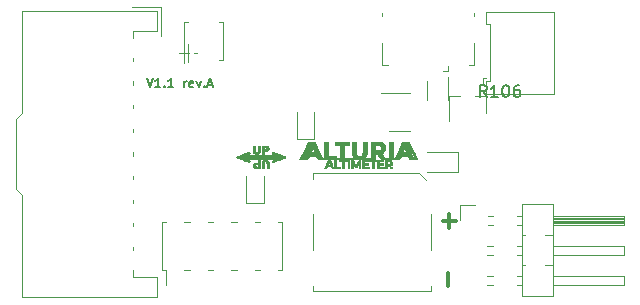
<source format=gto>
G04 #@! TF.GenerationSoftware,KiCad,Pcbnew,5.1.4*
G04 #@! TF.CreationDate,2019-09-17T22:36:34+02:00*
G04 #@! TF.ProjectId,altimeter,616c7469-6d65-4746-9572-2e6b69636164,rev?*
G04 #@! TF.SameCoordinates,Original*
G04 #@! TF.FileFunction,Legend,Top*
G04 #@! TF.FilePolarity,Positive*
%FSLAX46Y46*%
G04 Gerber Fmt 4.6, Leading zero omitted, Abs format (unit mm)*
G04 Created by KiCad (PCBNEW 5.1.4) date 2019-09-17 22:36:34*
%MOMM*%
%LPD*%
G04 APERTURE LIST*
%ADD10C,0.190500*%
%ADD11C,0.300000*%
%ADD12C,0.120000*%
%ADD13C,0.010000*%
%ADD14C,0.150000*%
%ADD15C,0.100000*%
%ADD16C,0.640800*%
%ADD17C,0.925800*%
%ADD18C,1.725000*%
%ADD19R,0.455800X1.040800*%
%ADD20R,0.425800X0.550800*%
%ADD21R,0.350800X0.700800*%
%ADD22O,2.050800X2.050800*%
%ADD23R,2.050800X2.050800*%
%ADD24O,1.750800X1.750800*%
%ADD25R,1.750800X1.750800*%
%ADD26C,1.250800*%
%ADD27O,1.850800X1.250800*%
%ADD28R,1.110800X0.700800*%
%ADD29R,0.650800X0.500800*%
%ADD30R,0.850800X0.950800*%
%ADD31C,2.050800*%
%ADD32C,0.850800*%
%ADD33C,6.450800*%
%ADD34R,1.250800X1.950800*%
%ADD35O,1.250800X1.950800*%
%ADD36R,1.550800X1.950800*%
%ADD37C,1.500800*%
%ADD38R,0.450800X1.400800*%
%ADD39R,1.050800X2.630800*%
%ADD40O,1.350800X0.850800*%
G04 APERTURE END LIST*
D10*
X148607857Y-102592714D02*
X148861857Y-103354714D01*
X149115857Y-102592714D01*
X149769000Y-103354714D02*
X149333571Y-103354714D01*
X149551285Y-103354714D02*
X149551285Y-102592714D01*
X149478714Y-102701571D01*
X149406142Y-102774142D01*
X149333571Y-102810428D01*
X150095571Y-103282142D02*
X150131857Y-103318428D01*
X150095571Y-103354714D01*
X150059285Y-103318428D01*
X150095571Y-103282142D01*
X150095571Y-103354714D01*
X150857571Y-103354714D02*
X150422142Y-103354714D01*
X150639857Y-103354714D02*
X150639857Y-102592714D01*
X150567285Y-102701571D01*
X150494714Y-102774142D01*
X150422142Y-102810428D01*
X151764714Y-103354714D02*
X151764714Y-102846714D01*
X151764714Y-102991857D02*
X151801000Y-102919285D01*
X151837285Y-102883000D01*
X151909857Y-102846714D01*
X151982428Y-102846714D01*
X152526714Y-103318428D02*
X152454142Y-103354714D01*
X152309000Y-103354714D01*
X152236428Y-103318428D01*
X152200142Y-103245857D01*
X152200142Y-102955571D01*
X152236428Y-102883000D01*
X152309000Y-102846714D01*
X152454142Y-102846714D01*
X152526714Y-102883000D01*
X152563000Y-102955571D01*
X152563000Y-103028142D01*
X152200142Y-103100714D01*
X152817000Y-102846714D02*
X152998428Y-103354714D01*
X153179857Y-102846714D01*
X153470142Y-103282142D02*
X153506428Y-103318428D01*
X153470142Y-103354714D01*
X153433857Y-103318428D01*
X153470142Y-103282142D01*
X153470142Y-103354714D01*
X153796714Y-103137000D02*
X154159571Y-103137000D01*
X153724142Y-103354714D02*
X153978142Y-102592714D01*
X154232142Y-103354714D01*
D11*
X174136857Y-119062571D02*
X174136857Y-120205428D01*
X173672571Y-114661142D02*
X174815428Y-114661142D01*
X174244000Y-115232571D02*
X174244000Y-114089714D01*
D12*
X162775000Y-107735000D02*
X162775000Y-105450000D01*
X161305000Y-107735000D02*
X162775000Y-107735000D01*
X161305000Y-105450000D02*
X161305000Y-107735000D01*
X151795000Y-97805000D02*
X152130000Y-97805000D01*
X154730000Y-97805000D02*
X155065000Y-97805000D01*
X154730000Y-101075000D02*
X155065000Y-101075000D01*
X155065000Y-101075000D02*
X155065000Y-97805000D01*
X151795000Y-101310000D02*
X151795000Y-97805000D01*
D13*
G36*
X158168400Y-110202500D02*
G01*
X157987425Y-110201354D01*
X157918163Y-110200056D01*
X157854427Y-110197295D01*
X157802301Y-110193445D01*
X157767870Y-110188877D01*
X157762463Y-110187588D01*
X157694866Y-110159219D01*
X157647932Y-110117815D01*
X157620423Y-110061506D01*
X157611103Y-109988417D01*
X157611336Y-109979328D01*
X157787400Y-109979328D01*
X157797981Y-110024725D01*
X157829353Y-110055963D01*
X157880953Y-110072643D01*
X157922462Y-110075500D01*
X157990600Y-110075500D01*
X157990600Y-109885000D01*
X157914400Y-109885000D01*
X157853755Y-109890653D01*
X157813894Y-109908717D01*
X157792587Y-109940846D01*
X157787400Y-109979328D01*
X157611336Y-109979328D01*
X157611841Y-109959695D01*
X157616096Y-109910161D01*
X157624004Y-109877060D01*
X157638580Y-109851432D01*
X157654441Y-109833061D01*
X157689702Y-109801144D01*
X157729115Y-109778828D01*
X157778855Y-109763864D01*
X157845097Y-109753999D01*
X157880176Y-109750766D01*
X157990600Y-109741807D01*
X157990600Y-109516700D01*
X158168400Y-109516700D01*
X158168400Y-110202500D01*
X158168400Y-110202500D01*
G37*
X158168400Y-110202500D02*
X157987425Y-110201354D01*
X157918163Y-110200056D01*
X157854427Y-110197295D01*
X157802301Y-110193445D01*
X157767870Y-110188877D01*
X157762463Y-110187588D01*
X157694866Y-110159219D01*
X157647932Y-110117815D01*
X157620423Y-110061506D01*
X157611103Y-109988417D01*
X157611336Y-109979328D01*
X157787400Y-109979328D01*
X157797981Y-110024725D01*
X157829353Y-110055963D01*
X157880953Y-110072643D01*
X157922462Y-110075500D01*
X157990600Y-110075500D01*
X157990600Y-109885000D01*
X157914400Y-109885000D01*
X157853755Y-109890653D01*
X157813894Y-109908717D01*
X157792587Y-109940846D01*
X157787400Y-109979328D01*
X157611336Y-109979328D01*
X157611841Y-109959695D01*
X157616096Y-109910161D01*
X157624004Y-109877060D01*
X157638580Y-109851432D01*
X157654441Y-109833061D01*
X157689702Y-109801144D01*
X157729115Y-109778828D01*
X157778855Y-109763864D01*
X157845097Y-109753999D01*
X157880176Y-109750766D01*
X157990600Y-109741807D01*
X157990600Y-109516700D01*
X158168400Y-109516700D01*
X158168400Y-110202500D01*
G36*
X158707057Y-109507062D02*
G01*
X158779922Y-109520350D01*
X158836376Y-109547717D01*
X158879678Y-109590733D01*
X158912764Y-109650223D01*
X158920850Y-109674251D01*
X158927146Y-109706328D01*
X158931991Y-109750184D01*
X158935729Y-109809547D01*
X158938700Y-109888144D01*
X158940391Y-109951675D01*
X158946342Y-110202500D01*
X158765300Y-110202500D01*
X158764542Y-110002475D01*
X158763096Y-109893877D01*
X158759124Y-109808096D01*
X158751811Y-109742606D01*
X158740338Y-109694880D01*
X158723888Y-109662393D01*
X158701642Y-109642619D01*
X158672784Y-109633032D01*
X158644281Y-109631000D01*
X158607690Y-109632731D01*
X158579328Y-109639816D01*
X158558159Y-109655091D01*
X158543150Y-109681392D01*
X158533265Y-109721555D01*
X158527468Y-109778415D01*
X158524725Y-109854809D01*
X158524001Y-109953573D01*
X158524000Y-109960569D01*
X158524000Y-110202500D01*
X158344774Y-110202500D01*
X158348662Y-109938975D01*
X158350715Y-109837282D01*
X158354123Y-109757492D01*
X158359792Y-109696107D01*
X158368630Y-109649635D01*
X158381545Y-109614579D01*
X158399444Y-109587445D01*
X158423233Y-109564739D01*
X158451008Y-109544819D01*
X158480438Y-109527883D01*
X158511617Y-109517064D01*
X158552263Y-109510541D01*
X158610096Y-109506495D01*
X158614523Y-109506280D01*
X158707057Y-109507062D01*
X158707057Y-109507062D01*
G37*
X158707057Y-109507062D02*
X158779922Y-109520350D01*
X158836376Y-109547717D01*
X158879678Y-109590733D01*
X158912764Y-109650223D01*
X158920850Y-109674251D01*
X158927146Y-109706328D01*
X158931991Y-109750184D01*
X158935729Y-109809547D01*
X158938700Y-109888144D01*
X158940391Y-109951675D01*
X158946342Y-110202500D01*
X158765300Y-110202500D01*
X158764542Y-110002475D01*
X158763096Y-109893877D01*
X158759124Y-109808096D01*
X158751811Y-109742606D01*
X158740338Y-109694880D01*
X158723888Y-109662393D01*
X158701642Y-109642619D01*
X158672784Y-109633032D01*
X158644281Y-109631000D01*
X158607690Y-109632731D01*
X158579328Y-109639816D01*
X158558159Y-109655091D01*
X158543150Y-109681392D01*
X158533265Y-109721555D01*
X158527468Y-109778415D01*
X158524725Y-109854809D01*
X158524001Y-109953573D01*
X158524000Y-109960569D01*
X158524000Y-110202500D01*
X158344774Y-110202500D01*
X158348662Y-109938975D01*
X158350715Y-109837282D01*
X158354123Y-109757492D01*
X158359792Y-109696107D01*
X158368630Y-109649635D01*
X158381545Y-109614579D01*
X158399444Y-109587445D01*
X158423233Y-109564739D01*
X158451008Y-109544819D01*
X158480438Y-109527883D01*
X158511617Y-109517064D01*
X158552263Y-109510541D01*
X158610096Y-109506495D01*
X158614523Y-109506280D01*
X158707057Y-109507062D01*
G36*
X157284462Y-108828336D02*
G01*
X157287852Y-108829547D01*
X157312132Y-108851797D01*
X157315242Y-108887039D01*
X157297159Y-108935650D01*
X157279400Y-108966295D01*
X157267298Y-108984161D01*
X157256158Y-108999768D01*
X157247486Y-109013269D01*
X157242790Y-109024814D01*
X157243580Y-109034554D01*
X157251362Y-109042642D01*
X157267646Y-109049229D01*
X157293938Y-109054466D01*
X157331749Y-109058504D01*
X157382584Y-109061496D01*
X157447954Y-109063593D01*
X157529365Y-109064945D01*
X157628326Y-109065706D01*
X157746345Y-109066025D01*
X157884930Y-109066055D01*
X158045590Y-109065948D01*
X158229832Y-109065853D01*
X158270579Y-109065850D01*
X159299859Y-109065850D01*
X159292156Y-109034100D01*
X159280281Y-109003328D01*
X159260149Y-108965642D01*
X159253476Y-108954997D01*
X159228510Y-108905321D01*
X159223939Y-108865273D01*
X159239791Y-108837111D01*
X159251888Y-108829665D01*
X159262256Y-108827467D01*
X159278810Y-108828598D01*
X159303661Y-108833739D01*
X159338918Y-108843571D01*
X159386693Y-108858776D01*
X159449096Y-108880035D01*
X159528238Y-108908029D01*
X159626229Y-108943439D01*
X159745179Y-108986947D01*
X159788463Y-109002855D01*
X159896924Y-109043017D01*
X159998486Y-109081125D01*
X160090552Y-109116168D01*
X160170524Y-109147136D01*
X160235804Y-109173017D01*
X160283795Y-109192799D01*
X160311900Y-109205472D01*
X160317874Y-109208986D01*
X160335668Y-109233279D01*
X160340099Y-109250000D01*
X160331152Y-109275053D01*
X160317874Y-109291013D01*
X160301503Y-109299456D01*
X160263852Y-109315552D01*
X160207519Y-109338288D01*
X160135102Y-109366654D01*
X160049198Y-109399638D01*
X159952405Y-109436229D01*
X159847320Y-109475415D01*
X159788463Y-109497144D01*
X159662286Y-109543414D01*
X159557750Y-109581368D01*
X159472747Y-109611684D01*
X159405163Y-109635046D01*
X159352891Y-109652133D01*
X159313818Y-109663628D01*
X159285834Y-109670211D01*
X159266829Y-109672564D01*
X159254692Y-109671367D01*
X159251888Y-109670334D01*
X159227749Y-109648027D01*
X159224843Y-109612576D01*
X159243187Y-109563693D01*
X159260600Y-109533704D01*
X159272701Y-109515838D01*
X159283841Y-109500231D01*
X159292513Y-109486730D01*
X159297209Y-109475185D01*
X159296419Y-109465445D01*
X159288637Y-109457357D01*
X159272353Y-109450770D01*
X159246061Y-109445533D01*
X159208250Y-109441495D01*
X159157415Y-109438503D01*
X159092045Y-109436406D01*
X159010634Y-109435054D01*
X158911673Y-109434293D01*
X158793654Y-109433974D01*
X158655069Y-109433944D01*
X158494409Y-109434051D01*
X158310167Y-109434146D01*
X158269420Y-109434150D01*
X157240140Y-109434150D01*
X157247843Y-109465900D01*
X157259718Y-109496671D01*
X157279850Y-109534357D01*
X157286523Y-109545002D01*
X157310752Y-109593498D01*
X157315988Y-109633741D01*
X157302049Y-109662258D01*
X157292934Y-109668653D01*
X157268782Y-109679093D01*
X157258009Y-109681335D01*
X157244251Y-109676969D01*
X157209202Y-109664687D01*
X157155386Y-109645404D01*
X157085328Y-109620035D01*
X157001552Y-109589497D01*
X156906582Y-109554706D01*
X156802942Y-109516577D01*
X156746000Y-109495565D01*
X156638163Y-109455471D01*
X156537226Y-109417445D01*
X156445801Y-109382506D01*
X156366498Y-109351674D01*
X156301929Y-109325971D01*
X156254706Y-109306417D01*
X156227440Y-109294031D01*
X156222125Y-109290861D01*
X156204312Y-109266649D01*
X156199900Y-109250000D01*
X156208902Y-109224990D01*
X156222125Y-109209315D01*
X156238492Y-109200931D01*
X156276130Y-109184869D01*
X156332442Y-109162142D01*
X156404831Y-109133763D01*
X156490701Y-109100742D01*
X156587455Y-109064093D01*
X156692496Y-109024827D01*
X156751277Y-109003066D01*
X156877217Y-108956744D01*
X156981532Y-108918750D01*
X157066344Y-108888397D01*
X157133774Y-108865000D01*
X157185944Y-108847873D01*
X157224977Y-108836329D01*
X157252993Y-108829682D01*
X157272114Y-108827247D01*
X157284462Y-108828336D01*
X157284462Y-108828336D01*
G37*
X157284462Y-108828336D02*
X157287852Y-108829547D01*
X157312132Y-108851797D01*
X157315242Y-108887039D01*
X157297159Y-108935650D01*
X157279400Y-108966295D01*
X157267298Y-108984161D01*
X157256158Y-108999768D01*
X157247486Y-109013269D01*
X157242790Y-109024814D01*
X157243580Y-109034554D01*
X157251362Y-109042642D01*
X157267646Y-109049229D01*
X157293938Y-109054466D01*
X157331749Y-109058504D01*
X157382584Y-109061496D01*
X157447954Y-109063593D01*
X157529365Y-109064945D01*
X157628326Y-109065706D01*
X157746345Y-109066025D01*
X157884930Y-109066055D01*
X158045590Y-109065948D01*
X158229832Y-109065853D01*
X158270579Y-109065850D01*
X159299859Y-109065850D01*
X159292156Y-109034100D01*
X159280281Y-109003328D01*
X159260149Y-108965642D01*
X159253476Y-108954997D01*
X159228510Y-108905321D01*
X159223939Y-108865273D01*
X159239791Y-108837111D01*
X159251888Y-108829665D01*
X159262256Y-108827467D01*
X159278810Y-108828598D01*
X159303661Y-108833739D01*
X159338918Y-108843571D01*
X159386693Y-108858776D01*
X159449096Y-108880035D01*
X159528238Y-108908029D01*
X159626229Y-108943439D01*
X159745179Y-108986947D01*
X159788463Y-109002855D01*
X159896924Y-109043017D01*
X159998486Y-109081125D01*
X160090552Y-109116168D01*
X160170524Y-109147136D01*
X160235804Y-109173017D01*
X160283795Y-109192799D01*
X160311900Y-109205472D01*
X160317874Y-109208986D01*
X160335668Y-109233279D01*
X160340099Y-109250000D01*
X160331152Y-109275053D01*
X160317874Y-109291013D01*
X160301503Y-109299456D01*
X160263852Y-109315552D01*
X160207519Y-109338288D01*
X160135102Y-109366654D01*
X160049198Y-109399638D01*
X159952405Y-109436229D01*
X159847320Y-109475415D01*
X159788463Y-109497144D01*
X159662286Y-109543414D01*
X159557750Y-109581368D01*
X159472747Y-109611684D01*
X159405163Y-109635046D01*
X159352891Y-109652133D01*
X159313818Y-109663628D01*
X159285834Y-109670211D01*
X159266829Y-109672564D01*
X159254692Y-109671367D01*
X159251888Y-109670334D01*
X159227749Y-109648027D01*
X159224843Y-109612576D01*
X159243187Y-109563693D01*
X159260600Y-109533704D01*
X159272701Y-109515838D01*
X159283841Y-109500231D01*
X159292513Y-109486730D01*
X159297209Y-109475185D01*
X159296419Y-109465445D01*
X159288637Y-109457357D01*
X159272353Y-109450770D01*
X159246061Y-109445533D01*
X159208250Y-109441495D01*
X159157415Y-109438503D01*
X159092045Y-109436406D01*
X159010634Y-109435054D01*
X158911673Y-109434293D01*
X158793654Y-109433974D01*
X158655069Y-109433944D01*
X158494409Y-109434051D01*
X158310167Y-109434146D01*
X158269420Y-109434150D01*
X157240140Y-109434150D01*
X157247843Y-109465900D01*
X157259718Y-109496671D01*
X157279850Y-109534357D01*
X157286523Y-109545002D01*
X157310752Y-109593498D01*
X157315988Y-109633741D01*
X157302049Y-109662258D01*
X157292934Y-109668653D01*
X157268782Y-109679093D01*
X157258009Y-109681335D01*
X157244251Y-109676969D01*
X157209202Y-109664687D01*
X157155386Y-109645404D01*
X157085328Y-109620035D01*
X157001552Y-109589497D01*
X156906582Y-109554706D01*
X156802942Y-109516577D01*
X156746000Y-109495565D01*
X156638163Y-109455471D01*
X156537226Y-109417445D01*
X156445801Y-109382506D01*
X156366498Y-109351674D01*
X156301929Y-109325971D01*
X156254706Y-109306417D01*
X156227440Y-109294031D01*
X156222125Y-109290861D01*
X156204312Y-109266649D01*
X156199900Y-109250000D01*
X156208902Y-109224990D01*
X156222125Y-109209315D01*
X156238492Y-109200931D01*
X156276130Y-109184869D01*
X156332442Y-109162142D01*
X156404831Y-109133763D01*
X156490701Y-109100742D01*
X156587455Y-109064093D01*
X156692496Y-109024827D01*
X156751277Y-109003066D01*
X156877217Y-108956744D01*
X156981532Y-108918750D01*
X157066344Y-108888397D01*
X157133774Y-108865000D01*
X157185944Y-108847873D01*
X157224977Y-108836329D01*
X157252993Y-108829682D01*
X157272114Y-108827247D01*
X157284462Y-108828336D01*
G36*
X157775457Y-108497525D02*
G01*
X157776903Y-108606122D01*
X157780875Y-108691903D01*
X157788188Y-108757393D01*
X157799661Y-108805119D01*
X157816111Y-108837606D01*
X157838357Y-108857380D01*
X157867215Y-108866967D01*
X157895718Y-108869000D01*
X157932309Y-108867268D01*
X157960671Y-108860183D01*
X157981840Y-108844908D01*
X157996849Y-108818607D01*
X158006734Y-108778444D01*
X158012531Y-108721584D01*
X158015274Y-108645190D01*
X158015998Y-108546426D01*
X158016000Y-108539430D01*
X158016000Y-108297500D01*
X158195225Y-108297500D01*
X158191337Y-108561025D01*
X158189286Y-108662699D01*
X158185882Y-108742475D01*
X158180213Y-108803851D01*
X158171368Y-108850325D01*
X158158435Y-108885394D01*
X158140503Y-108912557D01*
X158116660Y-108935312D01*
X158088544Y-108955476D01*
X158061185Y-108971617D01*
X158033387Y-108981998D01*
X157997993Y-108988170D01*
X157947847Y-108991684D01*
X157915904Y-108992899D01*
X157852667Y-108993895D01*
X157807510Y-108991422D01*
X157773251Y-108984646D01*
X157742950Y-108972850D01*
X157702690Y-108951168D01*
X157671000Y-108926500D01*
X157646781Y-108895589D01*
X157628933Y-108855180D01*
X157616357Y-108802017D01*
X157607954Y-108732843D01*
X157602623Y-108644403D01*
X157599608Y-108548325D01*
X157593657Y-108297500D01*
X157774700Y-108297500D01*
X157775457Y-108497525D01*
X157775457Y-108497525D01*
G37*
X157775457Y-108497525D02*
X157776903Y-108606122D01*
X157780875Y-108691903D01*
X157788188Y-108757393D01*
X157799661Y-108805119D01*
X157816111Y-108837606D01*
X157838357Y-108857380D01*
X157867215Y-108866967D01*
X157895718Y-108869000D01*
X157932309Y-108867268D01*
X157960671Y-108860183D01*
X157981840Y-108844908D01*
X157996849Y-108818607D01*
X158006734Y-108778444D01*
X158012531Y-108721584D01*
X158015274Y-108645190D01*
X158015998Y-108546426D01*
X158016000Y-108539430D01*
X158016000Y-108297500D01*
X158195225Y-108297500D01*
X158191337Y-108561025D01*
X158189286Y-108662699D01*
X158185882Y-108742475D01*
X158180213Y-108803851D01*
X158171368Y-108850325D01*
X158158435Y-108885394D01*
X158140503Y-108912557D01*
X158116660Y-108935312D01*
X158088544Y-108955476D01*
X158061185Y-108971617D01*
X158033387Y-108981998D01*
X157997993Y-108988170D01*
X157947847Y-108991684D01*
X157915904Y-108992899D01*
X157852667Y-108993895D01*
X157807510Y-108991422D01*
X157773251Y-108984646D01*
X157742950Y-108972850D01*
X157702690Y-108951168D01*
X157671000Y-108926500D01*
X157646781Y-108895589D01*
X157628933Y-108855180D01*
X157616357Y-108802017D01*
X157607954Y-108732843D01*
X157602623Y-108644403D01*
X157599608Y-108548325D01*
X157593657Y-108297500D01*
X157774700Y-108297500D01*
X157775457Y-108497525D01*
G36*
X158571625Y-108299559D02*
G01*
X158664742Y-108302770D01*
X158736546Y-108308713D01*
X158791076Y-108318616D01*
X158832375Y-108333705D01*
X158864482Y-108355209D01*
X158891440Y-108384356D01*
X158902908Y-108400204D01*
X158918771Y-108427114D01*
X158927074Y-108454650D01*
X158929443Y-108491527D01*
X158928092Y-108535016D01*
X158924446Y-108585334D01*
X158917723Y-108618703D01*
X158905208Y-108643575D01*
X158885733Y-108666755D01*
X158851303Y-108698112D01*
X158813144Y-108720067D01*
X158765086Y-108734861D01*
X158700959Y-108744735D01*
X158660525Y-108748562D01*
X158549400Y-108757704D01*
X158549400Y-108983300D01*
X158371600Y-108983300D01*
X158371600Y-108424500D01*
X158549400Y-108424500D01*
X158549400Y-108615000D01*
X158625600Y-108615000D01*
X158674395Y-108612742D01*
X158705912Y-108604666D01*
X158727200Y-108589600D01*
X158749008Y-108551592D01*
X158749916Y-108507629D01*
X158730266Y-108465675D01*
X158721427Y-108455672D01*
X158697205Y-108436560D01*
X158667992Y-108427166D01*
X158624080Y-108424510D01*
X158619827Y-108424500D01*
X158549400Y-108424500D01*
X158371600Y-108424500D01*
X158371600Y-108295269D01*
X158571625Y-108299559D01*
X158571625Y-108299559D01*
G37*
X158571625Y-108299559D02*
X158664742Y-108302770D01*
X158736546Y-108308713D01*
X158791076Y-108318616D01*
X158832375Y-108333705D01*
X158864482Y-108355209D01*
X158891440Y-108384356D01*
X158902908Y-108400204D01*
X158918771Y-108427114D01*
X158927074Y-108454650D01*
X158929443Y-108491527D01*
X158928092Y-108535016D01*
X158924446Y-108585334D01*
X158917723Y-108618703D01*
X158905208Y-108643575D01*
X158885733Y-108666755D01*
X158851303Y-108698112D01*
X158813144Y-108720067D01*
X158765086Y-108734861D01*
X158700959Y-108744735D01*
X158660525Y-108748562D01*
X158549400Y-108757704D01*
X158549400Y-108983300D01*
X158371600Y-108983300D01*
X158371600Y-108424500D01*
X158549400Y-108424500D01*
X158549400Y-108615000D01*
X158625600Y-108615000D01*
X158674395Y-108612742D01*
X158705912Y-108604666D01*
X158727200Y-108589600D01*
X158749008Y-108551592D01*
X158749916Y-108507629D01*
X158730266Y-108465675D01*
X158721427Y-108455672D01*
X158697205Y-108436560D01*
X158667992Y-108427166D01*
X158624080Y-108424510D01*
X158619827Y-108424500D01*
X158549400Y-108424500D01*
X158371600Y-108424500D01*
X158371600Y-108295269D01*
X158571625Y-108299559D01*
D12*
X172330000Y-102810000D02*
X172330000Y-104410000D01*
X174130000Y-104410000D02*
X174130000Y-102510000D01*
X152080000Y-99700000D02*
X152080000Y-101200000D01*
X151330000Y-100450000D02*
X152830000Y-100450000D01*
D13*
G36*
X164039706Y-109509242D02*
G01*
X164110650Y-109509385D01*
X164262051Y-109848967D01*
X164300706Y-109935617D01*
X164336052Y-110014754D01*
X164366755Y-110083399D01*
X164391482Y-110138573D01*
X164408897Y-110177297D01*
X164417667Y-110196591D01*
X164418376Y-110198075D01*
X164409595Y-110203093D01*
X164381806Y-110206544D01*
X164348009Y-110207600D01*
X164272720Y-110207600D01*
X164206626Y-110055200D01*
X163868910Y-110055200D01*
X163838643Y-110131400D01*
X163808377Y-110207600D01*
X163733030Y-110207600D01*
X163693952Y-110205885D01*
X163668315Y-110201427D01*
X163661916Y-110196262D01*
X163668006Y-110182180D01*
X163683150Y-110147925D01*
X163706010Y-110096499D01*
X163735248Y-110030905D01*
X163769528Y-109954146D01*
X163778652Y-109933746D01*
X163926500Y-109933746D01*
X163938254Y-109936896D01*
X163969739Y-109939339D01*
X164015288Y-109940719D01*
X164040800Y-109940900D01*
X164091138Y-109940472D01*
X164130164Y-109939326D01*
X164152211Y-109937668D01*
X164155100Y-109936740D01*
X164150166Y-109922086D01*
X164137168Y-109890474D01*
X164118808Y-109847952D01*
X164097787Y-109800567D01*
X164076809Y-109754366D01*
X164058575Y-109715396D01*
X164045788Y-109689705D01*
X164041728Y-109683041D01*
X164034276Y-109690719D01*
X164019727Y-109716327D01*
X164000639Y-109754302D01*
X163979569Y-109799080D01*
X163959074Y-109845098D01*
X163941712Y-109886793D01*
X163930039Y-109918600D01*
X163926500Y-109933746D01*
X163778652Y-109933746D01*
X163807511Y-109869226D01*
X163817456Y-109847012D01*
X163968763Y-109509100D01*
X164039706Y-109509242D01*
X164039706Y-109509242D01*
G37*
X164039706Y-109509242D02*
X164110650Y-109509385D01*
X164262051Y-109848967D01*
X164300706Y-109935617D01*
X164336052Y-110014754D01*
X164366755Y-110083399D01*
X164391482Y-110138573D01*
X164408897Y-110177297D01*
X164417667Y-110196591D01*
X164418376Y-110198075D01*
X164409595Y-110203093D01*
X164381806Y-110206544D01*
X164348009Y-110207600D01*
X164272720Y-110207600D01*
X164206626Y-110055200D01*
X163868910Y-110055200D01*
X163838643Y-110131400D01*
X163808377Y-110207600D01*
X163733030Y-110207600D01*
X163693952Y-110205885D01*
X163668315Y-110201427D01*
X163661916Y-110196262D01*
X163668006Y-110182180D01*
X163683150Y-110147925D01*
X163706010Y-110096499D01*
X163735248Y-110030905D01*
X163769528Y-109954146D01*
X163778652Y-109933746D01*
X163926500Y-109933746D01*
X163938254Y-109936896D01*
X163969739Y-109939339D01*
X164015288Y-109940719D01*
X164040800Y-109940900D01*
X164091138Y-109940472D01*
X164130164Y-109939326D01*
X164152211Y-109937668D01*
X164155100Y-109936740D01*
X164150166Y-109922086D01*
X164137168Y-109890474D01*
X164118808Y-109847952D01*
X164097787Y-109800567D01*
X164076809Y-109754366D01*
X164058575Y-109715396D01*
X164045788Y-109689705D01*
X164041728Y-109683041D01*
X164034276Y-109690719D01*
X164019727Y-109716327D01*
X164000639Y-109754302D01*
X163979569Y-109799080D01*
X163959074Y-109845098D01*
X163941712Y-109886793D01*
X163930039Y-109918600D01*
X163926500Y-109933746D01*
X163778652Y-109933746D01*
X163807511Y-109869226D01*
X163817456Y-109847012D01*
X163968763Y-109509100D01*
X164039706Y-109509242D01*
G36*
X164637700Y-110093300D02*
G01*
X164993300Y-110093300D01*
X164993300Y-110207600D01*
X164498000Y-110207600D01*
X164498000Y-109509100D01*
X164637700Y-109509100D01*
X164637700Y-110093300D01*
X164637700Y-110093300D01*
G37*
X164637700Y-110093300D02*
X164993300Y-110093300D01*
X164993300Y-110207600D01*
X164498000Y-110207600D01*
X164498000Y-109509100D01*
X164637700Y-109509100D01*
X164637700Y-110093300D01*
G36*
X165539400Y-109623400D02*
G01*
X165310800Y-109623400D01*
X165310800Y-110207600D01*
X165171100Y-110207600D01*
X165171100Y-109623400D01*
X164929800Y-109623400D01*
X164929800Y-109509100D01*
X165539400Y-109509100D01*
X165539400Y-109623400D01*
X165539400Y-109623400D01*
G37*
X165539400Y-109623400D02*
X165310800Y-109623400D01*
X165310800Y-110207600D01*
X165171100Y-110207600D01*
X165171100Y-109623400D01*
X164929800Y-109623400D01*
X164929800Y-109509100D01*
X165539400Y-109509100D01*
X165539400Y-109623400D01*
G36*
X165755300Y-110207600D02*
G01*
X165615600Y-110207600D01*
X165615600Y-109509100D01*
X165755300Y-109509100D01*
X165755300Y-110207600D01*
X165755300Y-110207600D01*
G37*
X165755300Y-110207600D02*
X165615600Y-110207600D01*
X165615600Y-109509100D01*
X165755300Y-109509100D01*
X165755300Y-110207600D01*
G36*
X166646187Y-109509100D02*
G01*
X166707800Y-109509100D01*
X166707800Y-110207600D01*
X166568714Y-110207600D01*
X166561750Y-109787462D01*
X166460150Y-109959119D01*
X166421325Y-110024177D01*
X166392538Y-110070401D01*
X166371188Y-110100990D01*
X166354673Y-110119140D01*
X166340393Y-110128051D01*
X166325745Y-110130920D01*
X166320266Y-110131087D01*
X166305074Y-110129840D01*
X166291113Y-110123729D01*
X166275807Y-110109609D01*
X166256578Y-110084335D01*
X166230850Y-110044761D01*
X166196047Y-109987741D01*
X166177469Y-109956775D01*
X166072955Y-109782150D01*
X166072877Y-109994875D01*
X166072800Y-110207600D01*
X165933100Y-110207600D01*
X165933100Y-109509100D01*
X166054265Y-109509100D01*
X166158694Y-109683725D01*
X166196890Y-109747542D01*
X166232881Y-109807577D01*
X166263577Y-109858684D01*
X166285889Y-109895716D01*
X166292963Y-109907392D01*
X166322803Y-109956434D01*
X166453689Y-109732767D01*
X166584575Y-109509099D01*
X166646187Y-109509100D01*
X166646187Y-109509100D01*
G37*
X166646187Y-109509100D02*
X166707800Y-109509100D01*
X166707800Y-110207600D01*
X166568714Y-110207600D01*
X166561750Y-109787462D01*
X166460150Y-109959119D01*
X166421325Y-110024177D01*
X166392538Y-110070401D01*
X166371188Y-110100990D01*
X166354673Y-110119140D01*
X166340393Y-110128051D01*
X166325745Y-110130920D01*
X166320266Y-110131087D01*
X166305074Y-110129840D01*
X166291113Y-110123729D01*
X166275807Y-110109609D01*
X166256578Y-110084335D01*
X166230850Y-110044761D01*
X166196047Y-109987741D01*
X166177469Y-109956775D01*
X166072955Y-109782150D01*
X166072877Y-109994875D01*
X166072800Y-110207600D01*
X165933100Y-110207600D01*
X165933100Y-109509100D01*
X166054265Y-109509100D01*
X166158694Y-109683725D01*
X166196890Y-109747542D01*
X166232881Y-109807577D01*
X166263577Y-109858684D01*
X166285889Y-109895716D01*
X166292963Y-109907392D01*
X166322803Y-109956434D01*
X166453689Y-109732767D01*
X166584575Y-109509099D01*
X166646187Y-109509100D01*
G36*
X167393600Y-109623400D02*
G01*
X167025300Y-109623400D01*
X167025300Y-109801200D01*
X167355500Y-109801200D01*
X167355500Y-109915500D01*
X167025300Y-109915500D01*
X167025300Y-110093300D01*
X167406300Y-110093300D01*
X167406300Y-110207600D01*
X166872900Y-110207600D01*
X166872900Y-109509100D01*
X167393600Y-109509100D01*
X167393600Y-109623400D01*
X167393600Y-109623400D01*
G37*
X167393600Y-109623400D02*
X167025300Y-109623400D01*
X167025300Y-109801200D01*
X167355500Y-109801200D01*
X167355500Y-109915500D01*
X167025300Y-109915500D01*
X167025300Y-110093300D01*
X167406300Y-110093300D01*
X167406300Y-110207600D01*
X166872900Y-110207600D01*
X166872900Y-109509100D01*
X167393600Y-109509100D01*
X167393600Y-109623400D01*
G36*
X168054000Y-109623400D02*
G01*
X167825400Y-109623400D01*
X167825400Y-110207600D01*
X167685700Y-110207600D01*
X167685700Y-109623400D01*
X167457100Y-109623400D01*
X167457100Y-109509100D01*
X168054000Y-109509100D01*
X168054000Y-109623400D01*
X168054000Y-109623400D01*
G37*
X168054000Y-109623400D02*
X167825400Y-109623400D01*
X167825400Y-110207600D01*
X167685700Y-110207600D01*
X167685700Y-109623400D01*
X167457100Y-109623400D01*
X167457100Y-109509100D01*
X168054000Y-109509100D01*
X168054000Y-109623400D01*
G36*
X168650900Y-109623400D02*
G01*
X168282600Y-109623400D01*
X168282600Y-109801200D01*
X168612800Y-109801200D01*
X168612800Y-109915500D01*
X168282600Y-109915500D01*
X168282600Y-110093300D01*
X168663600Y-110093300D01*
X168663600Y-110207600D01*
X168142900Y-110207600D01*
X168142900Y-109509100D01*
X168650900Y-109509100D01*
X168650900Y-109623400D01*
X168650900Y-109623400D01*
G37*
X168650900Y-109623400D02*
X168282600Y-109623400D01*
X168282600Y-109801200D01*
X168612800Y-109801200D01*
X168612800Y-109915500D01*
X168282600Y-109915500D01*
X168282600Y-110093300D01*
X168663600Y-110093300D01*
X168663600Y-110207600D01*
X168142900Y-110207600D01*
X168142900Y-109509100D01*
X168650900Y-109509100D01*
X168650900Y-109623400D01*
G36*
X169080768Y-109510675D02*
G01*
X169155365Y-109516017D01*
X169213236Y-109526051D01*
X169258638Y-109541701D01*
X169295828Y-109563892D01*
X169316279Y-109581016D01*
X169359875Y-109637568D01*
X169383083Y-109708071D01*
X169387500Y-109763947D01*
X169376986Y-109842095D01*
X169345372Y-109906171D01*
X169298100Y-109952501D01*
X169251096Y-109986551D01*
X169313891Y-110074850D01*
X169352886Y-110129699D01*
X169377907Y-110166930D01*
X169389241Y-110189942D01*
X169387177Y-110202135D01*
X169372001Y-110206910D01*
X169344002Y-110207666D01*
X169325119Y-110207600D01*
X169249144Y-110207600D01*
X169182640Y-110112350D01*
X169116137Y-110017100D01*
X168943000Y-110017100D01*
X168943000Y-110207600D01*
X168803300Y-110207600D01*
X168803300Y-109890100D01*
X168943000Y-109890100D01*
X169045230Y-109890100D01*
X169110644Y-109887365D01*
X169160461Y-109879660D01*
X169182458Y-109872002D01*
X169220731Y-109839253D01*
X169242432Y-109793805D01*
X169246074Y-109743394D01*
X169230172Y-109695753D01*
X169219225Y-109680593D01*
X169178351Y-109650490D01*
X169116873Y-109631716D01*
X169033664Y-109623955D01*
X169016025Y-109623702D01*
X168943000Y-109623400D01*
X168943000Y-109890100D01*
X168803300Y-109890100D01*
X168803300Y-109509100D01*
X168985187Y-109509100D01*
X169080768Y-109510675D01*
X169080768Y-109510675D01*
G37*
X169080768Y-109510675D02*
X169155365Y-109516017D01*
X169213236Y-109526051D01*
X169258638Y-109541701D01*
X169295828Y-109563892D01*
X169316279Y-109581016D01*
X169359875Y-109637568D01*
X169383083Y-109708071D01*
X169387500Y-109763947D01*
X169376986Y-109842095D01*
X169345372Y-109906171D01*
X169298100Y-109952501D01*
X169251096Y-109986551D01*
X169313891Y-110074850D01*
X169352886Y-110129699D01*
X169377907Y-110166930D01*
X169389241Y-110189942D01*
X169387177Y-110202135D01*
X169372001Y-110206910D01*
X169344002Y-110207666D01*
X169325119Y-110207600D01*
X169249144Y-110207600D01*
X169182640Y-110112350D01*
X169116137Y-110017100D01*
X168943000Y-110017100D01*
X168943000Y-110207600D01*
X168803300Y-110207600D01*
X168803300Y-109890100D01*
X168943000Y-109890100D01*
X169045230Y-109890100D01*
X169110644Y-109887365D01*
X169160461Y-109879660D01*
X169182458Y-109872002D01*
X169220731Y-109839253D01*
X169242432Y-109793805D01*
X169246074Y-109743394D01*
X169230172Y-109695753D01*
X169219225Y-109680593D01*
X169178351Y-109650490D01*
X169116873Y-109631716D01*
X169033664Y-109623955D01*
X169016025Y-109623702D01*
X168943000Y-109623400D01*
X168943000Y-109890100D01*
X168803300Y-109890100D01*
X168803300Y-109509100D01*
X168985187Y-109509100D01*
X169080768Y-109510675D01*
G36*
X163125788Y-108664211D02*
G01*
X163423386Y-109356700D01*
X163621700Y-109356700D01*
X163621700Y-107972400D01*
X163964600Y-107972400D01*
X163964600Y-109153500D01*
X164599600Y-109153500D01*
X164599600Y-109356700D01*
X164993300Y-109356700D01*
X164993300Y-108264500D01*
X164574200Y-108264500D01*
X164574200Y-107972400D01*
X165755300Y-107972400D01*
X165755300Y-108264500D01*
X165336200Y-108264500D01*
X165336200Y-109356700D01*
X166190784Y-109356700D01*
X166126844Y-109289093D01*
X166074520Y-109227640D01*
X166035141Y-109165071D01*
X166002970Y-109091496D01*
X165989229Y-109051900D01*
X165983360Y-109031572D01*
X165978501Y-109008019D01*
X165974523Y-108978598D01*
X165971301Y-108940667D01*
X165968706Y-108891584D01*
X165966611Y-108828707D01*
X165964889Y-108749394D01*
X165963412Y-108651002D01*
X165962053Y-108530890D01*
X165961523Y-108477225D01*
X165956689Y-107972400D01*
X166299982Y-107972400D01*
X166304605Y-108445475D01*
X166305962Y-108575414D01*
X166307495Y-108682632D01*
X166309566Y-108769807D01*
X166312538Y-108839617D01*
X166316772Y-108894741D01*
X166322632Y-108937857D01*
X166330480Y-108971643D01*
X166340677Y-108998777D01*
X166353587Y-109021937D01*
X166369572Y-109043802D01*
X166388644Y-109066642D01*
X166449991Y-109120844D01*
X166519867Y-109153784D01*
X166593936Y-109165962D01*
X166667862Y-109157877D01*
X166737308Y-109130030D01*
X166797938Y-109082921D01*
X166845416Y-109017048D01*
X166847098Y-109013800D01*
X166860250Y-108985179D01*
X166870989Y-108954064D01*
X166879550Y-108917660D01*
X166886166Y-108873175D01*
X166891073Y-108817817D01*
X166894505Y-108748793D01*
X166896695Y-108663309D01*
X166897878Y-108558574D01*
X166898289Y-108431794D01*
X166898300Y-108403574D01*
X166898300Y-107972400D01*
X167243028Y-107972400D01*
X167237880Y-108470875D01*
X167236397Y-108604254D01*
X167234756Y-108715061D01*
X167232657Y-108806123D01*
X167229800Y-108880268D01*
X167225886Y-108940324D01*
X167220615Y-108989118D01*
X167213687Y-109029477D01*
X167204803Y-109064229D01*
X167193663Y-109096202D01*
X167179967Y-109128223D01*
X167164813Y-109160234D01*
X167141306Y-109199931D01*
X167107406Y-109246818D01*
X167073470Y-109287309D01*
X167010051Y-109356700D01*
X167571400Y-109356700D01*
X167571400Y-108700069D01*
X167914300Y-108700069D01*
X168088925Y-108693084D01*
X168181399Y-108687855D01*
X168251087Y-108680330D01*
X168300525Y-108670192D01*
X168317281Y-108664518D01*
X168370098Y-108633275D01*
X168405051Y-108587827D01*
X168423568Y-108525613D01*
X168427529Y-108466906D01*
X168422650Y-108399853D01*
X168406214Y-108351086D01*
X168375518Y-108315087D01*
X168342805Y-108293833D01*
X168320113Y-108284620D01*
X168288724Y-108277782D01*
X168244368Y-108272826D01*
X168182777Y-108269263D01*
X168107975Y-108266811D01*
X167914300Y-108261785D01*
X167914300Y-108700069D01*
X167571400Y-108700069D01*
X167571400Y-107972400D01*
X167940235Y-107972400D01*
X168081917Y-107973190D01*
X168201037Y-107975922D01*
X168300393Y-107981134D01*
X168382784Y-107989367D01*
X168451009Y-108001161D01*
X168507866Y-108017054D01*
X168556156Y-108037588D01*
X168598676Y-108063301D01*
X168638225Y-108094733D01*
X168655151Y-108110271D01*
X168709371Y-108174290D01*
X168747019Y-108249036D01*
X168769046Y-108337629D01*
X168776398Y-108443193D01*
X168774826Y-108504122D01*
X168762175Y-108616543D01*
X168735977Y-108709556D01*
X168694771Y-108786091D01*
X168637096Y-108849079D01*
X168583250Y-108888509D01*
X168548028Y-108910626D01*
X168522626Y-108926624D01*
X168513476Y-108932440D01*
X168519193Y-108943132D01*
X168537502Y-108971409D01*
X168566292Y-109014144D01*
X168603451Y-109068212D01*
X168646867Y-109130485D01*
X168657721Y-109145931D01*
X168806039Y-109356700D01*
X169108100Y-109356700D01*
X169108100Y-107972400D01*
X169451000Y-107972400D01*
X169451000Y-109356700D01*
X169549425Y-109356634D01*
X169647850Y-109356569D01*
X169872227Y-108836000D01*
X170238720Y-108836000D01*
X170410010Y-108836000D01*
X170472650Y-108835641D01*
X170525016Y-108834658D01*
X170562478Y-108833191D01*
X170580408Y-108831377D01*
X170581300Y-108830852D01*
X170576486Y-108816754D01*
X170563455Y-108784347D01*
X170544324Y-108738528D01*
X170521209Y-108684192D01*
X170496226Y-108626233D01*
X170471492Y-108569547D01*
X170449123Y-108519029D01*
X170431235Y-108479574D01*
X170419946Y-108456077D01*
X170417442Y-108451849D01*
X170409281Y-108458779D01*
X170394026Y-108484904D01*
X170374022Y-108525840D01*
X170356244Y-108566149D01*
X170330102Y-108627532D01*
X170303489Y-108689361D01*
X170280489Y-108742169D01*
X170271290Y-108762975D01*
X170238720Y-108836000D01*
X169872227Y-108836000D01*
X170244750Y-107971727D01*
X170413657Y-107975238D01*
X170582565Y-107978750D01*
X171172965Y-109350350D01*
X171289871Y-109357984D01*
X170998444Y-108719167D01*
X170943185Y-108598013D01*
X170890483Y-108482423D01*
X170841396Y-108374719D01*
X170796980Y-108277221D01*
X170758293Y-108192251D01*
X170726392Y-108122129D01*
X170702333Y-108069177D01*
X170687173Y-108035715D01*
X170682973Y-108026374D01*
X170658928Y-107972400D01*
X170779681Y-107972400D01*
X171156740Y-108706435D01*
X171221785Y-108833194D01*
X171283278Y-108953291D01*
X171340253Y-109064820D01*
X171391742Y-109165878D01*
X171436779Y-109254559D01*
X171474398Y-109328958D01*
X171503630Y-109387170D01*
X171523510Y-109427289D01*
X171533070Y-109447410D01*
X171533800Y-109449385D01*
X171521647Y-109451740D01*
X171487375Y-109453862D01*
X171434266Y-109455664D01*
X171365601Y-109457062D01*
X171284661Y-109457969D01*
X171194727Y-109458299D01*
X170851748Y-109458299D01*
X170717064Y-109140357D01*
X170411652Y-109143753D01*
X170106241Y-109147150D01*
X170040765Y-109299550D01*
X169975290Y-109451950D01*
X168452126Y-109458496D01*
X168289529Y-109223448D01*
X168126932Y-108988399D01*
X168020616Y-108988400D01*
X167914300Y-108988400D01*
X167914300Y-109223382D01*
X167914299Y-109458365D01*
X165505855Y-109455157D01*
X163097411Y-109451950D01*
X163031935Y-109299550D01*
X162966458Y-109147150D01*
X162661047Y-109143753D01*
X162355635Y-109140357D01*
X162288293Y-109299328D01*
X162220951Y-109458300D01*
X161879925Y-109458300D01*
X161789838Y-109457986D01*
X161708676Y-109457104D01*
X161639721Y-109455736D01*
X161586253Y-109453967D01*
X161551554Y-109451883D01*
X161538905Y-109449566D01*
X161538900Y-109449516D01*
X161544556Y-109436995D01*
X161560880Y-109403800D01*
X161586905Y-109351835D01*
X161621664Y-109283005D01*
X161664189Y-109199212D01*
X161713514Y-109102363D01*
X161768672Y-108994360D01*
X161828695Y-108877108D01*
X161892616Y-108752512D01*
X161916220Y-108706566D01*
X162293541Y-107972400D01*
X162413802Y-107972400D01*
X162384124Y-108039075D01*
X162373122Y-108063476D01*
X162352677Y-108108509D01*
X162323912Y-108171707D01*
X162287951Y-108250603D01*
X162245921Y-108342732D01*
X162198945Y-108445629D01*
X162148147Y-108556827D01*
X162094654Y-108673860D01*
X162078586Y-108709000D01*
X162025389Y-108825492D01*
X161975316Y-108935451D01*
X161929383Y-109036629D01*
X161888603Y-109126778D01*
X161853989Y-109203651D01*
X161826555Y-109264998D01*
X161807316Y-109308572D01*
X161797286Y-109332125D01*
X161796119Y-109335287D01*
X161795181Y-109349504D01*
X161807200Y-109355231D01*
X161837884Y-109354751D01*
X161843737Y-109354337D01*
X161897963Y-109350350D01*
X162126847Y-108820125D01*
X162495099Y-108820125D01*
X162498208Y-108826775D01*
X162515759Y-108831404D01*
X162550681Y-108834292D01*
X162605906Y-108835719D01*
X162661009Y-108836000D01*
X162833336Y-108836000D01*
X162788323Y-108731225D01*
X162761478Y-108668519D01*
X162732389Y-108600227D01*
X162706856Y-108539972D01*
X162704264Y-108533826D01*
X162685154Y-108492015D01*
X162668859Y-108462714D01*
X162658189Y-108450787D01*
X162656546Y-108451276D01*
X162649459Y-108465038D01*
X162634521Y-108497422D01*
X162613813Y-108543670D01*
X162589418Y-108599027D01*
X162563418Y-108658736D01*
X162537894Y-108718042D01*
X162514928Y-108772187D01*
X162496602Y-108816415D01*
X162495099Y-108820125D01*
X162126847Y-108820125D01*
X162194005Y-108664550D01*
X162490048Y-107978750D01*
X162659120Y-107975236D01*
X162828191Y-107971723D01*
X163125788Y-108664211D01*
X163125788Y-108664211D01*
G37*
X163125788Y-108664211D02*
X163423386Y-109356700D01*
X163621700Y-109356700D01*
X163621700Y-107972400D01*
X163964600Y-107972400D01*
X163964600Y-109153500D01*
X164599600Y-109153500D01*
X164599600Y-109356700D01*
X164993300Y-109356700D01*
X164993300Y-108264500D01*
X164574200Y-108264500D01*
X164574200Y-107972400D01*
X165755300Y-107972400D01*
X165755300Y-108264500D01*
X165336200Y-108264500D01*
X165336200Y-109356700D01*
X166190784Y-109356700D01*
X166126844Y-109289093D01*
X166074520Y-109227640D01*
X166035141Y-109165071D01*
X166002970Y-109091496D01*
X165989229Y-109051900D01*
X165983360Y-109031572D01*
X165978501Y-109008019D01*
X165974523Y-108978598D01*
X165971301Y-108940667D01*
X165968706Y-108891584D01*
X165966611Y-108828707D01*
X165964889Y-108749394D01*
X165963412Y-108651002D01*
X165962053Y-108530890D01*
X165961523Y-108477225D01*
X165956689Y-107972400D01*
X166299982Y-107972400D01*
X166304605Y-108445475D01*
X166305962Y-108575414D01*
X166307495Y-108682632D01*
X166309566Y-108769807D01*
X166312538Y-108839617D01*
X166316772Y-108894741D01*
X166322632Y-108937857D01*
X166330480Y-108971643D01*
X166340677Y-108998777D01*
X166353587Y-109021937D01*
X166369572Y-109043802D01*
X166388644Y-109066642D01*
X166449991Y-109120844D01*
X166519867Y-109153784D01*
X166593936Y-109165962D01*
X166667862Y-109157877D01*
X166737308Y-109130030D01*
X166797938Y-109082921D01*
X166845416Y-109017048D01*
X166847098Y-109013800D01*
X166860250Y-108985179D01*
X166870989Y-108954064D01*
X166879550Y-108917660D01*
X166886166Y-108873175D01*
X166891073Y-108817817D01*
X166894505Y-108748793D01*
X166896695Y-108663309D01*
X166897878Y-108558574D01*
X166898289Y-108431794D01*
X166898300Y-108403574D01*
X166898300Y-107972400D01*
X167243028Y-107972400D01*
X167237880Y-108470875D01*
X167236397Y-108604254D01*
X167234756Y-108715061D01*
X167232657Y-108806123D01*
X167229800Y-108880268D01*
X167225886Y-108940324D01*
X167220615Y-108989118D01*
X167213687Y-109029477D01*
X167204803Y-109064229D01*
X167193663Y-109096202D01*
X167179967Y-109128223D01*
X167164813Y-109160234D01*
X167141306Y-109199931D01*
X167107406Y-109246818D01*
X167073470Y-109287309D01*
X167010051Y-109356700D01*
X167571400Y-109356700D01*
X167571400Y-108700069D01*
X167914300Y-108700069D01*
X168088925Y-108693084D01*
X168181399Y-108687855D01*
X168251087Y-108680330D01*
X168300525Y-108670192D01*
X168317281Y-108664518D01*
X168370098Y-108633275D01*
X168405051Y-108587827D01*
X168423568Y-108525613D01*
X168427529Y-108466906D01*
X168422650Y-108399853D01*
X168406214Y-108351086D01*
X168375518Y-108315087D01*
X168342805Y-108293833D01*
X168320113Y-108284620D01*
X168288724Y-108277782D01*
X168244368Y-108272826D01*
X168182777Y-108269263D01*
X168107975Y-108266811D01*
X167914300Y-108261785D01*
X167914300Y-108700069D01*
X167571400Y-108700069D01*
X167571400Y-107972400D01*
X167940235Y-107972400D01*
X168081917Y-107973190D01*
X168201037Y-107975922D01*
X168300393Y-107981134D01*
X168382784Y-107989367D01*
X168451009Y-108001161D01*
X168507866Y-108017054D01*
X168556156Y-108037588D01*
X168598676Y-108063301D01*
X168638225Y-108094733D01*
X168655151Y-108110271D01*
X168709371Y-108174290D01*
X168747019Y-108249036D01*
X168769046Y-108337629D01*
X168776398Y-108443193D01*
X168774826Y-108504122D01*
X168762175Y-108616543D01*
X168735977Y-108709556D01*
X168694771Y-108786091D01*
X168637096Y-108849079D01*
X168583250Y-108888509D01*
X168548028Y-108910626D01*
X168522626Y-108926624D01*
X168513476Y-108932440D01*
X168519193Y-108943132D01*
X168537502Y-108971409D01*
X168566292Y-109014144D01*
X168603451Y-109068212D01*
X168646867Y-109130485D01*
X168657721Y-109145931D01*
X168806039Y-109356700D01*
X169108100Y-109356700D01*
X169108100Y-107972400D01*
X169451000Y-107972400D01*
X169451000Y-109356700D01*
X169549425Y-109356634D01*
X169647850Y-109356569D01*
X169872227Y-108836000D01*
X170238720Y-108836000D01*
X170410010Y-108836000D01*
X170472650Y-108835641D01*
X170525016Y-108834658D01*
X170562478Y-108833191D01*
X170580408Y-108831377D01*
X170581300Y-108830852D01*
X170576486Y-108816754D01*
X170563455Y-108784347D01*
X170544324Y-108738528D01*
X170521209Y-108684192D01*
X170496226Y-108626233D01*
X170471492Y-108569547D01*
X170449123Y-108519029D01*
X170431235Y-108479574D01*
X170419946Y-108456077D01*
X170417442Y-108451849D01*
X170409281Y-108458779D01*
X170394026Y-108484904D01*
X170374022Y-108525840D01*
X170356244Y-108566149D01*
X170330102Y-108627532D01*
X170303489Y-108689361D01*
X170280489Y-108742169D01*
X170271290Y-108762975D01*
X170238720Y-108836000D01*
X169872227Y-108836000D01*
X170244750Y-107971727D01*
X170413657Y-107975238D01*
X170582565Y-107978750D01*
X171172965Y-109350350D01*
X171289871Y-109357984D01*
X170998444Y-108719167D01*
X170943185Y-108598013D01*
X170890483Y-108482423D01*
X170841396Y-108374719D01*
X170796980Y-108277221D01*
X170758293Y-108192251D01*
X170726392Y-108122129D01*
X170702333Y-108069177D01*
X170687173Y-108035715D01*
X170682973Y-108026374D01*
X170658928Y-107972400D01*
X170779681Y-107972400D01*
X171156740Y-108706435D01*
X171221785Y-108833194D01*
X171283278Y-108953291D01*
X171340253Y-109064820D01*
X171391742Y-109165878D01*
X171436779Y-109254559D01*
X171474398Y-109328958D01*
X171503630Y-109387170D01*
X171523510Y-109427289D01*
X171533070Y-109447410D01*
X171533800Y-109449385D01*
X171521647Y-109451740D01*
X171487375Y-109453862D01*
X171434266Y-109455664D01*
X171365601Y-109457062D01*
X171284661Y-109457969D01*
X171194727Y-109458299D01*
X170851748Y-109458299D01*
X170717064Y-109140357D01*
X170411652Y-109143753D01*
X170106241Y-109147150D01*
X170040765Y-109299550D01*
X169975290Y-109451950D01*
X168452126Y-109458496D01*
X168289529Y-109223448D01*
X168126932Y-108988399D01*
X168020616Y-108988400D01*
X167914300Y-108988400D01*
X167914300Y-109223382D01*
X167914299Y-109458365D01*
X165505855Y-109455157D01*
X163097411Y-109451950D01*
X163031935Y-109299550D01*
X162966458Y-109147150D01*
X162661047Y-109143753D01*
X162355635Y-109140357D01*
X162288293Y-109299328D01*
X162220951Y-109458300D01*
X161879925Y-109458300D01*
X161789838Y-109457986D01*
X161708676Y-109457104D01*
X161639721Y-109455736D01*
X161586253Y-109453967D01*
X161551554Y-109451883D01*
X161538905Y-109449566D01*
X161538900Y-109449516D01*
X161544556Y-109436995D01*
X161560880Y-109403800D01*
X161586905Y-109351835D01*
X161621664Y-109283005D01*
X161664189Y-109199212D01*
X161713514Y-109102363D01*
X161768672Y-108994360D01*
X161828695Y-108877108D01*
X161892616Y-108752512D01*
X161916220Y-108706566D01*
X162293541Y-107972400D01*
X162413802Y-107972400D01*
X162384124Y-108039075D01*
X162373122Y-108063476D01*
X162352677Y-108108509D01*
X162323912Y-108171707D01*
X162287951Y-108250603D01*
X162245921Y-108342732D01*
X162198945Y-108445629D01*
X162148147Y-108556827D01*
X162094654Y-108673860D01*
X162078586Y-108709000D01*
X162025389Y-108825492D01*
X161975316Y-108935451D01*
X161929383Y-109036629D01*
X161888603Y-109126778D01*
X161853989Y-109203651D01*
X161826555Y-109264998D01*
X161807316Y-109308572D01*
X161797286Y-109332125D01*
X161796119Y-109335287D01*
X161795181Y-109349504D01*
X161807200Y-109355231D01*
X161837884Y-109354751D01*
X161843737Y-109354337D01*
X161897963Y-109350350D01*
X162126847Y-108820125D01*
X162495099Y-108820125D01*
X162498208Y-108826775D01*
X162515759Y-108831404D01*
X162550681Y-108834292D01*
X162605906Y-108835719D01*
X162661009Y-108836000D01*
X162833336Y-108836000D01*
X162788323Y-108731225D01*
X162761478Y-108668519D01*
X162732389Y-108600227D01*
X162706856Y-108539972D01*
X162704264Y-108533826D01*
X162685154Y-108492015D01*
X162668859Y-108462714D01*
X162658189Y-108450787D01*
X162656546Y-108451276D01*
X162649459Y-108465038D01*
X162634521Y-108497422D01*
X162613813Y-108543670D01*
X162589418Y-108599027D01*
X162563418Y-108658736D01*
X162537894Y-108718042D01*
X162514928Y-108772187D01*
X162496602Y-108816415D01*
X162495099Y-108820125D01*
X162126847Y-108820125D01*
X162194005Y-108664550D01*
X162490048Y-107978750D01*
X162659120Y-107975236D01*
X162828191Y-107971723D01*
X163125788Y-108664211D01*
D12*
X175130000Y-113330000D02*
X176400000Y-113330000D01*
X175130000Y-114600000D02*
X175130000Y-113330000D01*
X177442929Y-120060000D02*
X177897071Y-120060000D01*
X177442929Y-119300000D02*
X177897071Y-119300000D01*
X179982929Y-120060000D02*
X180380000Y-120060000D01*
X179982929Y-119300000D02*
X180380000Y-119300000D01*
X189040000Y-120060000D02*
X183040000Y-120060000D01*
X189040000Y-119300000D02*
X189040000Y-120060000D01*
X183040000Y-119300000D02*
X189040000Y-119300000D01*
X180380000Y-118410000D02*
X183040000Y-118410000D01*
X177442929Y-117520000D02*
X177897071Y-117520000D01*
X177442929Y-116760000D02*
X177897071Y-116760000D01*
X179982929Y-117520000D02*
X180380000Y-117520000D01*
X179982929Y-116760000D02*
X180380000Y-116760000D01*
X189040000Y-117520000D02*
X183040000Y-117520000D01*
X189040000Y-116760000D02*
X189040000Y-117520000D01*
X183040000Y-116760000D02*
X189040000Y-116760000D01*
X180380000Y-115870000D02*
X183040000Y-115870000D01*
X177510000Y-114980000D02*
X177897071Y-114980000D01*
X177510000Y-114220000D02*
X177897071Y-114220000D01*
X179982929Y-114980000D02*
X180380000Y-114980000D01*
X179982929Y-114220000D02*
X180380000Y-114220000D01*
X183040000Y-114880000D02*
X189040000Y-114880000D01*
X183040000Y-114760000D02*
X189040000Y-114760000D01*
X183040000Y-114640000D02*
X189040000Y-114640000D01*
X183040000Y-114520000D02*
X189040000Y-114520000D01*
X183040000Y-114400000D02*
X189040000Y-114400000D01*
X183040000Y-114280000D02*
X189040000Y-114280000D01*
X189040000Y-114980000D02*
X183040000Y-114980000D01*
X189040000Y-114220000D02*
X189040000Y-114980000D01*
X183040000Y-114220000D02*
X189040000Y-114220000D01*
X183040000Y-113270000D02*
X180380000Y-113270000D01*
X183040000Y-121010000D02*
X183040000Y-113270000D01*
X180380000Y-121010000D02*
X183040000Y-121010000D01*
X180380000Y-113270000D02*
X180380000Y-121010000D01*
X149810000Y-96590000D02*
X149810000Y-99000000D01*
X147400000Y-96590000D02*
X149810000Y-96590000D01*
X147460000Y-116860000D02*
X147460000Y-117140000D01*
X147460000Y-114860000D02*
X147460000Y-115140000D01*
X147460000Y-112860000D02*
X147460000Y-113140000D01*
X147460000Y-110860000D02*
X147460000Y-111140000D01*
X147460000Y-108860000D02*
X147460000Y-109140000D01*
X147460000Y-106860000D02*
X147460000Y-107140000D01*
X147460000Y-104860000D02*
X147460000Y-105140000D01*
X147460000Y-102860000D02*
X147460000Y-103140000D01*
X147460000Y-100860000D02*
X147460000Y-101140000D01*
X147460000Y-119390000D02*
X147460000Y-118860000D01*
X149510000Y-119390000D02*
X147460000Y-119390000D01*
X149510000Y-121110000D02*
X149510000Y-119390000D01*
X138040000Y-121110000D02*
X149510000Y-121110000D01*
X138040000Y-112500000D02*
X138040000Y-121110000D01*
X137540000Y-112000000D02*
X138040000Y-112500000D01*
X137540000Y-109000000D02*
X137540000Y-112000000D01*
X147460000Y-98610000D02*
X147460000Y-99140000D01*
X149510000Y-98610000D02*
X147460000Y-98610000D01*
X149510000Y-96890000D02*
X149510000Y-98610000D01*
X138040000Y-96890000D02*
X149510000Y-96890000D01*
X138040000Y-105500000D02*
X138040000Y-96890000D01*
X137540000Y-106000000D02*
X138040000Y-105500000D01*
X137540000Y-109000000D02*
X137540000Y-106000000D01*
X170922520Y-103843180D02*
X168472520Y-103843180D01*
X169122520Y-107063180D02*
X170922520Y-107063180D01*
X174931200Y-110527200D02*
X172381200Y-110527200D01*
X174931200Y-108827200D02*
X172381200Y-108827200D01*
X174931200Y-110527200D02*
X174931200Y-108827200D01*
X177330000Y-104060000D02*
X177330000Y-105520000D01*
X174170000Y-104060000D02*
X174170000Y-106220000D01*
X174170000Y-104060000D02*
X175100000Y-104060000D01*
X177330000Y-104060000D02*
X176400000Y-104060000D01*
X172690800Y-117108100D02*
X172690800Y-114108100D01*
X162690800Y-114108100D02*
X162690800Y-117108100D01*
X162690800Y-110608100D02*
X162690800Y-111108100D01*
X171690800Y-110608100D02*
X162690800Y-110608100D01*
X162690800Y-120608100D02*
X162690800Y-120208100D01*
X171690800Y-110608100D02*
X172290800Y-111208100D01*
X172690800Y-120608100D02*
X172690800Y-120208100D01*
X162690800Y-120608100D02*
X172690800Y-120608100D01*
X174160000Y-102012500D02*
X174160000Y-101562500D01*
X174160000Y-102012500D02*
X173710000Y-102012500D01*
X168560000Y-101462500D02*
X169010000Y-101462500D01*
X168560000Y-99612500D02*
X168560000Y-101462500D01*
X176360000Y-97062500D02*
X176360000Y-97312500D01*
X168560000Y-97062500D02*
X168560000Y-97312500D01*
X176360000Y-99612500D02*
X176360000Y-101462500D01*
X176360000Y-101462500D02*
X175910000Y-101462500D01*
X157760000Y-114740000D02*
X158240000Y-114740000D01*
X157760000Y-118860000D02*
X158240000Y-118860000D01*
X155760000Y-114740000D02*
X156240000Y-114740000D01*
X155760000Y-118860000D02*
X156240000Y-118860000D01*
X153760000Y-114740000D02*
X154240000Y-114740000D01*
X153760000Y-118860000D02*
X154240000Y-118860000D01*
X151760000Y-114740000D02*
X152240000Y-114740000D01*
X151760000Y-118860000D02*
X152240000Y-118860000D01*
X159760000Y-114740000D02*
X160060000Y-114740000D01*
X159760000Y-118860000D02*
X160060000Y-118860000D01*
X149940000Y-114740000D02*
X150240000Y-114740000D01*
X149940000Y-118860000D02*
X150240000Y-118860000D01*
X150240000Y-120115000D02*
X150240000Y-118860000D01*
X160060000Y-118860000D02*
X160060000Y-114740000D01*
X149940000Y-118860000D02*
X149940000Y-114740000D01*
X183060000Y-96940000D02*
X183060000Y-100425000D01*
X177340000Y-96940000D02*
X183060000Y-96940000D01*
X177340000Y-98010000D02*
X177340000Y-96940000D01*
X177640000Y-98010000D02*
X177340000Y-98010000D01*
X177640000Y-100425000D02*
X177640000Y-98010000D01*
X183060000Y-103910000D02*
X183060000Y-100425000D01*
X177340000Y-103910000D02*
X183060000Y-103910000D01*
X177340000Y-102840000D02*
X177340000Y-103910000D01*
X177640000Y-102840000D02*
X177340000Y-102840000D01*
X177640000Y-100425000D02*
X177640000Y-102840000D01*
X177050000Y-102550000D02*
X177050000Y-103050000D01*
X177350000Y-102550000D02*
X177050000Y-102550000D01*
X158522340Y-113112920D02*
X158522340Y-110827920D01*
X157052340Y-113112920D02*
X158522340Y-113112920D01*
X157052340Y-110827920D02*
X157052340Y-113112920D01*
D14*
X177385952Y-104172380D02*
X177052619Y-103696190D01*
X176814523Y-104172380D02*
X176814523Y-103172380D01*
X177195476Y-103172380D01*
X177290714Y-103220000D01*
X177338333Y-103267619D01*
X177385952Y-103362857D01*
X177385952Y-103505714D01*
X177338333Y-103600952D01*
X177290714Y-103648571D01*
X177195476Y-103696190D01*
X176814523Y-103696190D01*
X178338333Y-104172380D02*
X177766904Y-104172380D01*
X178052619Y-104172380D02*
X178052619Y-103172380D01*
X177957380Y-103315238D01*
X177862142Y-103410476D01*
X177766904Y-103458095D01*
X178957380Y-103172380D02*
X179052619Y-103172380D01*
X179147857Y-103220000D01*
X179195476Y-103267619D01*
X179243095Y-103362857D01*
X179290714Y-103553333D01*
X179290714Y-103791428D01*
X179243095Y-103981904D01*
X179195476Y-104077142D01*
X179147857Y-104124761D01*
X179052619Y-104172380D01*
X178957380Y-104172380D01*
X178862142Y-104124761D01*
X178814523Y-104077142D01*
X178766904Y-103981904D01*
X178719285Y-103791428D01*
X178719285Y-103553333D01*
X178766904Y-103362857D01*
X178814523Y-103267619D01*
X178862142Y-103220000D01*
X178957380Y-103172380D01*
X180147857Y-103172380D02*
X179957380Y-103172380D01*
X179862142Y-103220000D01*
X179814523Y-103267619D01*
X179719285Y-103410476D01*
X179671666Y-103600952D01*
X179671666Y-103981904D01*
X179719285Y-104077142D01*
X179766904Y-104124761D01*
X179862142Y-104172380D01*
X180052619Y-104172380D01*
X180147857Y-104124761D01*
X180195476Y-104077142D01*
X180243095Y-103981904D01*
X180243095Y-103743809D01*
X180195476Y-103648571D01*
X180147857Y-103600952D01*
X180052619Y-103553333D01*
X179862142Y-103553333D01*
X179766904Y-103600952D01*
X179719285Y-103648571D01*
X179671666Y-103743809D01*
%LPC*%
D15*
G36*
X182250000Y-119500000D02*
G01*
X180750000Y-119500000D01*
X180750000Y-114750000D01*
X182250000Y-114750000D01*
X182250000Y-119500000D01*
G37*
X182250000Y-119500000D02*
X180750000Y-119500000D01*
X180750000Y-114750000D01*
X182250000Y-114750000D01*
X182250000Y-119500000D01*
G36*
X179165902Y-104545371D02*
G01*
X179181453Y-104547678D01*
X179196704Y-104551498D01*
X179211506Y-104556794D01*
X179225718Y-104563516D01*
X179239202Y-104571599D01*
X179251830Y-104580964D01*
X179263479Y-104591521D01*
X179274036Y-104603170D01*
X179283401Y-104615798D01*
X179291484Y-104629282D01*
X179298206Y-104643494D01*
X179303502Y-104658296D01*
X179307322Y-104673547D01*
X179309629Y-104689098D01*
X179310400Y-104704800D01*
X179310400Y-105075200D01*
X179309629Y-105090902D01*
X179307322Y-105106453D01*
X179303502Y-105121704D01*
X179298206Y-105136506D01*
X179291484Y-105150718D01*
X179283401Y-105164202D01*
X179274036Y-105176830D01*
X179263479Y-105188479D01*
X179251830Y-105199036D01*
X179239202Y-105208401D01*
X179225718Y-105216484D01*
X179211506Y-105223206D01*
X179196704Y-105228502D01*
X179181453Y-105232322D01*
X179165902Y-105234629D01*
X179150200Y-105235400D01*
X178829800Y-105235400D01*
X178814098Y-105234629D01*
X178798547Y-105232322D01*
X178783296Y-105228502D01*
X178768494Y-105223206D01*
X178754282Y-105216484D01*
X178740798Y-105208401D01*
X178728170Y-105199036D01*
X178716521Y-105188479D01*
X178705964Y-105176830D01*
X178696599Y-105164202D01*
X178688516Y-105150718D01*
X178681794Y-105136506D01*
X178676498Y-105121704D01*
X178672678Y-105106453D01*
X178670371Y-105090902D01*
X178669600Y-105075200D01*
X178669600Y-104704800D01*
X178670371Y-104689098D01*
X178672678Y-104673547D01*
X178676498Y-104658296D01*
X178681794Y-104643494D01*
X178688516Y-104629282D01*
X178696599Y-104615798D01*
X178705964Y-104603170D01*
X178716521Y-104591521D01*
X178728170Y-104580964D01*
X178740798Y-104571599D01*
X178754282Y-104563516D01*
X178768494Y-104556794D01*
X178783296Y-104551498D01*
X178798547Y-104547678D01*
X178814098Y-104545371D01*
X178829800Y-104544600D01*
X179150200Y-104544600D01*
X179165902Y-104545371D01*
X179165902Y-104545371D01*
G37*
D16*
X178990000Y-104890000D03*
D15*
G36*
X178195902Y-104545371D02*
G01*
X178211453Y-104547678D01*
X178226704Y-104551498D01*
X178241506Y-104556794D01*
X178255718Y-104563516D01*
X178269202Y-104571599D01*
X178281830Y-104580964D01*
X178293479Y-104591521D01*
X178304036Y-104603170D01*
X178313401Y-104615798D01*
X178321484Y-104629282D01*
X178328206Y-104643494D01*
X178333502Y-104658296D01*
X178337322Y-104673547D01*
X178339629Y-104689098D01*
X178340400Y-104704800D01*
X178340400Y-105075200D01*
X178339629Y-105090902D01*
X178337322Y-105106453D01*
X178333502Y-105121704D01*
X178328206Y-105136506D01*
X178321484Y-105150718D01*
X178313401Y-105164202D01*
X178304036Y-105176830D01*
X178293479Y-105188479D01*
X178281830Y-105199036D01*
X178269202Y-105208401D01*
X178255718Y-105216484D01*
X178241506Y-105223206D01*
X178226704Y-105228502D01*
X178211453Y-105232322D01*
X178195902Y-105234629D01*
X178180200Y-105235400D01*
X177859800Y-105235400D01*
X177844098Y-105234629D01*
X177828547Y-105232322D01*
X177813296Y-105228502D01*
X177798494Y-105223206D01*
X177784282Y-105216484D01*
X177770798Y-105208401D01*
X177758170Y-105199036D01*
X177746521Y-105188479D01*
X177735964Y-105176830D01*
X177726599Y-105164202D01*
X177718516Y-105150718D01*
X177711794Y-105136506D01*
X177706498Y-105121704D01*
X177702678Y-105106453D01*
X177700371Y-105090902D01*
X177699600Y-105075200D01*
X177699600Y-104704800D01*
X177700371Y-104689098D01*
X177702678Y-104673547D01*
X177706498Y-104658296D01*
X177711794Y-104643494D01*
X177718516Y-104629282D01*
X177726599Y-104615798D01*
X177735964Y-104603170D01*
X177746521Y-104591521D01*
X177758170Y-104580964D01*
X177770798Y-104571599D01*
X177784282Y-104563516D01*
X177798494Y-104556794D01*
X177813296Y-104551498D01*
X177828547Y-104547678D01*
X177844098Y-104545371D01*
X177859800Y-104544600D01*
X178180200Y-104544600D01*
X178195902Y-104545371D01*
X178195902Y-104545371D01*
G37*
D16*
X178020000Y-104890000D03*
D15*
G36*
X164290902Y-103555371D02*
G01*
X164306453Y-103557678D01*
X164321704Y-103561498D01*
X164336506Y-103566794D01*
X164350718Y-103573516D01*
X164364202Y-103581599D01*
X164376830Y-103590964D01*
X164388479Y-103601521D01*
X164399036Y-103613170D01*
X164408401Y-103625798D01*
X164416484Y-103639282D01*
X164423206Y-103653494D01*
X164428502Y-103668296D01*
X164432322Y-103683547D01*
X164434629Y-103699098D01*
X164435400Y-103714800D01*
X164435400Y-104085200D01*
X164434629Y-104100902D01*
X164432322Y-104116453D01*
X164428502Y-104131704D01*
X164423206Y-104146506D01*
X164416484Y-104160718D01*
X164408401Y-104174202D01*
X164399036Y-104186830D01*
X164388479Y-104198479D01*
X164376830Y-104209036D01*
X164364202Y-104218401D01*
X164350718Y-104226484D01*
X164336506Y-104233206D01*
X164321704Y-104238502D01*
X164306453Y-104242322D01*
X164290902Y-104244629D01*
X164275200Y-104245400D01*
X163954800Y-104245400D01*
X163939098Y-104244629D01*
X163923547Y-104242322D01*
X163908296Y-104238502D01*
X163893494Y-104233206D01*
X163879282Y-104226484D01*
X163865798Y-104218401D01*
X163853170Y-104209036D01*
X163841521Y-104198479D01*
X163830964Y-104186830D01*
X163821599Y-104174202D01*
X163813516Y-104160718D01*
X163806794Y-104146506D01*
X163801498Y-104131704D01*
X163797678Y-104116453D01*
X163795371Y-104100902D01*
X163794600Y-104085200D01*
X163794600Y-103714800D01*
X163795371Y-103699098D01*
X163797678Y-103683547D01*
X163801498Y-103668296D01*
X163806794Y-103653494D01*
X163813516Y-103639282D01*
X163821599Y-103625798D01*
X163830964Y-103613170D01*
X163841521Y-103601521D01*
X163853170Y-103590964D01*
X163865798Y-103581599D01*
X163879282Y-103573516D01*
X163893494Y-103566794D01*
X163908296Y-103561498D01*
X163923547Y-103557678D01*
X163939098Y-103555371D01*
X163954800Y-103554600D01*
X164275200Y-103554600D01*
X164290902Y-103555371D01*
X164290902Y-103555371D01*
G37*
D16*
X164115000Y-103900000D03*
D15*
G36*
X163320902Y-103555371D02*
G01*
X163336453Y-103557678D01*
X163351704Y-103561498D01*
X163366506Y-103566794D01*
X163380718Y-103573516D01*
X163394202Y-103581599D01*
X163406830Y-103590964D01*
X163418479Y-103601521D01*
X163429036Y-103613170D01*
X163438401Y-103625798D01*
X163446484Y-103639282D01*
X163453206Y-103653494D01*
X163458502Y-103668296D01*
X163462322Y-103683547D01*
X163464629Y-103699098D01*
X163465400Y-103714800D01*
X163465400Y-104085200D01*
X163464629Y-104100902D01*
X163462322Y-104116453D01*
X163458502Y-104131704D01*
X163453206Y-104146506D01*
X163446484Y-104160718D01*
X163438401Y-104174202D01*
X163429036Y-104186830D01*
X163418479Y-104198479D01*
X163406830Y-104209036D01*
X163394202Y-104218401D01*
X163380718Y-104226484D01*
X163366506Y-104233206D01*
X163351704Y-104238502D01*
X163336453Y-104242322D01*
X163320902Y-104244629D01*
X163305200Y-104245400D01*
X162984800Y-104245400D01*
X162969098Y-104244629D01*
X162953547Y-104242322D01*
X162938296Y-104238502D01*
X162923494Y-104233206D01*
X162909282Y-104226484D01*
X162895798Y-104218401D01*
X162883170Y-104209036D01*
X162871521Y-104198479D01*
X162860964Y-104186830D01*
X162851599Y-104174202D01*
X162843516Y-104160718D01*
X162836794Y-104146506D01*
X162831498Y-104131704D01*
X162827678Y-104116453D01*
X162825371Y-104100902D01*
X162824600Y-104085200D01*
X162824600Y-103714800D01*
X162825371Y-103699098D01*
X162827678Y-103683547D01*
X162831498Y-103668296D01*
X162836794Y-103653494D01*
X162843516Y-103639282D01*
X162851599Y-103625798D01*
X162860964Y-103613170D01*
X162871521Y-103601521D01*
X162883170Y-103590964D01*
X162895798Y-103581599D01*
X162909282Y-103573516D01*
X162923494Y-103566794D01*
X162938296Y-103561498D01*
X162953547Y-103557678D01*
X162969098Y-103555371D01*
X162984800Y-103554600D01*
X163305200Y-103554600D01*
X163320902Y-103555371D01*
X163320902Y-103555371D01*
G37*
D16*
X163145000Y-103900000D03*
D15*
G36*
X162331636Y-105000714D02*
G01*
X162354104Y-105004047D01*
X162376136Y-105009566D01*
X162397522Y-105017218D01*
X162418055Y-105026929D01*
X162437537Y-105038606D01*
X162455780Y-105052137D01*
X162472610Y-105067390D01*
X162487863Y-105084220D01*
X162501394Y-105102463D01*
X162513071Y-105121945D01*
X162522782Y-105142478D01*
X162530434Y-105163864D01*
X162535953Y-105185896D01*
X162539286Y-105208364D01*
X162540400Y-105231050D01*
X162540400Y-105693950D01*
X162539286Y-105716636D01*
X162535953Y-105739104D01*
X162530434Y-105761136D01*
X162522782Y-105782522D01*
X162513071Y-105803055D01*
X162501394Y-105822537D01*
X162487863Y-105840780D01*
X162472610Y-105857610D01*
X162455780Y-105872863D01*
X162437537Y-105886394D01*
X162418055Y-105898071D01*
X162397522Y-105907782D01*
X162376136Y-105915434D01*
X162354104Y-105920953D01*
X162331636Y-105924286D01*
X162308950Y-105925400D01*
X161771050Y-105925400D01*
X161748364Y-105924286D01*
X161725896Y-105920953D01*
X161703864Y-105915434D01*
X161682478Y-105907782D01*
X161661945Y-105898071D01*
X161642463Y-105886394D01*
X161624220Y-105872863D01*
X161607390Y-105857610D01*
X161592137Y-105840780D01*
X161578606Y-105822537D01*
X161566929Y-105803055D01*
X161557218Y-105782522D01*
X161549566Y-105761136D01*
X161544047Y-105739104D01*
X161540714Y-105716636D01*
X161539600Y-105693950D01*
X161539600Y-105231050D01*
X161540714Y-105208364D01*
X161544047Y-105185896D01*
X161549566Y-105163864D01*
X161557218Y-105142478D01*
X161566929Y-105121945D01*
X161578606Y-105102463D01*
X161592137Y-105084220D01*
X161607390Y-105067390D01*
X161624220Y-105052137D01*
X161642463Y-105038606D01*
X161661945Y-105026929D01*
X161682478Y-105017218D01*
X161703864Y-105009566D01*
X161725896Y-105004047D01*
X161748364Y-105000714D01*
X161771050Y-104999600D01*
X162308950Y-104999600D01*
X162331636Y-105000714D01*
X162331636Y-105000714D01*
G37*
D17*
X162040000Y-105462500D03*
D15*
G36*
X162331636Y-106575714D02*
G01*
X162354104Y-106579047D01*
X162376136Y-106584566D01*
X162397522Y-106592218D01*
X162418055Y-106601929D01*
X162437537Y-106613606D01*
X162455780Y-106627137D01*
X162472610Y-106642390D01*
X162487863Y-106659220D01*
X162501394Y-106677463D01*
X162513071Y-106696945D01*
X162522782Y-106717478D01*
X162530434Y-106738864D01*
X162535953Y-106760896D01*
X162539286Y-106783364D01*
X162540400Y-106806050D01*
X162540400Y-107268950D01*
X162539286Y-107291636D01*
X162535953Y-107314104D01*
X162530434Y-107336136D01*
X162522782Y-107357522D01*
X162513071Y-107378055D01*
X162501394Y-107397537D01*
X162487863Y-107415780D01*
X162472610Y-107432610D01*
X162455780Y-107447863D01*
X162437537Y-107461394D01*
X162418055Y-107473071D01*
X162397522Y-107482782D01*
X162376136Y-107490434D01*
X162354104Y-107495953D01*
X162331636Y-107499286D01*
X162308950Y-107500400D01*
X161771050Y-107500400D01*
X161748364Y-107499286D01*
X161725896Y-107495953D01*
X161703864Y-107490434D01*
X161682478Y-107482782D01*
X161661945Y-107473071D01*
X161642463Y-107461394D01*
X161624220Y-107447863D01*
X161607390Y-107432610D01*
X161592137Y-107415780D01*
X161578606Y-107397537D01*
X161566929Y-107378055D01*
X161557218Y-107357522D01*
X161549566Y-107336136D01*
X161544047Y-107314104D01*
X161540714Y-107291636D01*
X161539600Y-107268950D01*
X161539600Y-106806050D01*
X161540714Y-106783364D01*
X161544047Y-106760896D01*
X161549566Y-106738864D01*
X161557218Y-106717478D01*
X161566929Y-106696945D01*
X161578606Y-106677463D01*
X161592137Y-106659220D01*
X161607390Y-106642390D01*
X161624220Y-106627137D01*
X161642463Y-106613606D01*
X161661945Y-106601929D01*
X161682478Y-106592218D01*
X161703864Y-106584566D01*
X161725896Y-106579047D01*
X161748364Y-106575714D01*
X161771050Y-106574600D01*
X162308950Y-106574600D01*
X162331636Y-106575714D01*
X162331636Y-106575714D01*
G37*
D17*
X162040000Y-107037500D03*
D18*
X153430000Y-98882500D03*
D15*
G36*
X152210088Y-97505045D02*
G01*
X152211533Y-97500280D01*
X152213881Y-97495889D01*
X152217039Y-97492039D01*
X152220889Y-97488881D01*
X152225280Y-97486533D01*
X152230045Y-97485088D01*
X152235000Y-97484600D01*
X152642500Y-97484600D01*
X152647455Y-97485088D01*
X152652220Y-97486533D01*
X152656611Y-97488881D01*
X152660461Y-97492039D01*
X152663619Y-97495889D01*
X152665967Y-97500280D01*
X152667412Y-97505045D01*
X152667900Y-97510000D01*
X152667900Y-97994600D01*
X152872100Y-97994600D01*
X152872100Y-97510000D01*
X152872588Y-97505045D01*
X152874033Y-97500280D01*
X152876381Y-97495889D01*
X152879539Y-97492039D01*
X152883389Y-97488881D01*
X152887780Y-97486533D01*
X152892545Y-97485088D01*
X152897500Y-97484600D01*
X153302500Y-97484600D01*
X153307455Y-97485088D01*
X153312220Y-97486533D01*
X153316611Y-97488881D01*
X153320461Y-97492039D01*
X153323619Y-97495889D01*
X153325967Y-97500280D01*
X153327412Y-97505045D01*
X153327900Y-97510000D01*
X153327900Y-97994600D01*
X153532100Y-97994600D01*
X153532100Y-97510000D01*
X153532588Y-97505045D01*
X153534033Y-97500280D01*
X153536381Y-97495889D01*
X153539539Y-97492039D01*
X153543389Y-97488881D01*
X153547780Y-97486533D01*
X153552545Y-97485088D01*
X153557500Y-97484600D01*
X153962500Y-97484600D01*
X153967455Y-97485088D01*
X153972220Y-97486533D01*
X153976611Y-97488881D01*
X153980461Y-97492039D01*
X153983619Y-97495889D01*
X153985967Y-97500280D01*
X153987412Y-97505045D01*
X153987900Y-97510000D01*
X153987900Y-97994600D01*
X154192100Y-97994600D01*
X154192100Y-97510000D01*
X154192588Y-97505045D01*
X154194033Y-97500280D01*
X154196381Y-97495889D01*
X154199539Y-97492039D01*
X154203389Y-97488881D01*
X154207780Y-97486533D01*
X154212545Y-97485088D01*
X154217500Y-97484600D01*
X154625000Y-97484600D01*
X154629955Y-97485088D01*
X154634720Y-97486533D01*
X154639111Y-97488881D01*
X154642961Y-97492039D01*
X154646119Y-97495889D01*
X154648467Y-97500280D01*
X154649912Y-97505045D01*
X154650400Y-97510000D01*
X154650400Y-98270000D01*
X154649912Y-98274955D01*
X154648467Y-98279720D01*
X154646119Y-98284111D01*
X154642961Y-98287961D01*
X154639111Y-98291119D01*
X154634720Y-98293467D01*
X154629955Y-98294912D01*
X154625000Y-98295400D01*
X154572900Y-98295400D01*
X154572900Y-99745000D01*
X154572412Y-99749955D01*
X154570967Y-99754720D01*
X154568619Y-99759111D01*
X154565461Y-99762961D01*
X154561611Y-99766119D01*
X154557220Y-99768467D01*
X154552455Y-99769912D01*
X154547500Y-99770400D01*
X152312500Y-99770400D01*
X152307545Y-99769912D01*
X152302780Y-99768467D01*
X152298389Y-99766119D01*
X152294539Y-99762961D01*
X152291381Y-99759111D01*
X152289033Y-99754720D01*
X152287588Y-99749955D01*
X152287100Y-99745000D01*
X152287100Y-98295400D01*
X152235000Y-98295400D01*
X152230045Y-98294912D01*
X152225280Y-98293467D01*
X152220889Y-98291119D01*
X152217039Y-98287961D01*
X152213881Y-98284111D01*
X152211533Y-98279720D01*
X152210088Y-98274955D01*
X152209600Y-98270000D01*
X152209600Y-97510000D01*
X152210088Y-97505045D01*
X152210088Y-97505045D01*
G37*
D19*
X154420000Y-100875000D03*
X153760000Y-100875000D03*
X153100000Y-100875000D03*
X152440000Y-100875000D03*
D20*
X173767500Y-104460000D03*
X172692500Y-104460000D03*
D21*
X173230000Y-102685000D03*
X173230000Y-104535000D03*
D20*
X172692500Y-102760000D03*
X173767500Y-102760000D03*
D22*
X165000000Y-100400000D03*
D23*
X150000000Y-100400000D03*
D15*
G36*
X177545902Y-112475371D02*
G01*
X177561453Y-112477678D01*
X177576704Y-112481498D01*
X177591506Y-112486794D01*
X177605718Y-112493516D01*
X177619202Y-112501599D01*
X177631830Y-112510964D01*
X177643479Y-112521521D01*
X177654036Y-112533170D01*
X177663401Y-112545798D01*
X177671484Y-112559282D01*
X177678206Y-112573494D01*
X177683502Y-112588296D01*
X177687322Y-112603547D01*
X177689629Y-112619098D01*
X177690400Y-112634800D01*
X177690400Y-113005200D01*
X177689629Y-113020902D01*
X177687322Y-113036453D01*
X177683502Y-113051704D01*
X177678206Y-113066506D01*
X177671484Y-113080718D01*
X177663401Y-113094202D01*
X177654036Y-113106830D01*
X177643479Y-113118479D01*
X177631830Y-113129036D01*
X177619202Y-113138401D01*
X177605718Y-113146484D01*
X177591506Y-113153206D01*
X177576704Y-113158502D01*
X177561453Y-113162322D01*
X177545902Y-113164629D01*
X177530200Y-113165400D01*
X177209800Y-113165400D01*
X177194098Y-113164629D01*
X177178547Y-113162322D01*
X177163296Y-113158502D01*
X177148494Y-113153206D01*
X177134282Y-113146484D01*
X177120798Y-113138401D01*
X177108170Y-113129036D01*
X177096521Y-113118479D01*
X177085964Y-113106830D01*
X177076599Y-113094202D01*
X177068516Y-113080718D01*
X177061794Y-113066506D01*
X177056498Y-113051704D01*
X177052678Y-113036453D01*
X177050371Y-113020902D01*
X177049600Y-113005200D01*
X177049600Y-112634800D01*
X177050371Y-112619098D01*
X177052678Y-112603547D01*
X177056498Y-112588296D01*
X177061794Y-112573494D01*
X177068516Y-112559282D01*
X177076599Y-112545798D01*
X177085964Y-112533170D01*
X177096521Y-112521521D01*
X177108170Y-112510964D01*
X177120798Y-112501599D01*
X177134282Y-112493516D01*
X177148494Y-112486794D01*
X177163296Y-112481498D01*
X177178547Y-112477678D01*
X177194098Y-112475371D01*
X177209800Y-112474600D01*
X177530200Y-112474600D01*
X177545902Y-112475371D01*
X177545902Y-112475371D01*
G37*
D16*
X177370000Y-112820000D03*
D15*
G36*
X176575902Y-112475371D02*
G01*
X176591453Y-112477678D01*
X176606704Y-112481498D01*
X176621506Y-112486794D01*
X176635718Y-112493516D01*
X176649202Y-112501599D01*
X176661830Y-112510964D01*
X176673479Y-112521521D01*
X176684036Y-112533170D01*
X176693401Y-112545798D01*
X176701484Y-112559282D01*
X176708206Y-112573494D01*
X176713502Y-112588296D01*
X176717322Y-112603547D01*
X176719629Y-112619098D01*
X176720400Y-112634800D01*
X176720400Y-113005200D01*
X176719629Y-113020902D01*
X176717322Y-113036453D01*
X176713502Y-113051704D01*
X176708206Y-113066506D01*
X176701484Y-113080718D01*
X176693401Y-113094202D01*
X176684036Y-113106830D01*
X176673479Y-113118479D01*
X176661830Y-113129036D01*
X176649202Y-113138401D01*
X176635718Y-113146484D01*
X176621506Y-113153206D01*
X176606704Y-113158502D01*
X176591453Y-113162322D01*
X176575902Y-113164629D01*
X176560200Y-113165400D01*
X176239800Y-113165400D01*
X176224098Y-113164629D01*
X176208547Y-113162322D01*
X176193296Y-113158502D01*
X176178494Y-113153206D01*
X176164282Y-113146484D01*
X176150798Y-113138401D01*
X176138170Y-113129036D01*
X176126521Y-113118479D01*
X176115964Y-113106830D01*
X176106599Y-113094202D01*
X176098516Y-113080718D01*
X176091794Y-113066506D01*
X176086498Y-113051704D01*
X176082678Y-113036453D01*
X176080371Y-113020902D01*
X176079600Y-113005200D01*
X176079600Y-112634800D01*
X176080371Y-112619098D01*
X176082678Y-112603547D01*
X176086498Y-112588296D01*
X176091794Y-112573494D01*
X176098516Y-112559282D01*
X176106599Y-112545798D01*
X176115964Y-112533170D01*
X176126521Y-112521521D01*
X176138170Y-112510964D01*
X176150798Y-112501599D01*
X176164282Y-112493516D01*
X176178494Y-112486794D01*
X176193296Y-112481498D01*
X176208547Y-112477678D01*
X176224098Y-112475371D01*
X176239800Y-112474600D01*
X176560200Y-112474600D01*
X176575902Y-112475371D01*
X176575902Y-112475371D01*
G37*
D16*
X176400000Y-112820000D03*
D15*
G36*
X167660562Y-101003371D02*
G01*
X167676113Y-101005678D01*
X167691364Y-101009498D01*
X167706166Y-101014794D01*
X167720378Y-101021516D01*
X167733862Y-101029599D01*
X167746490Y-101038964D01*
X167758139Y-101049521D01*
X167768696Y-101061170D01*
X167778061Y-101073798D01*
X167786144Y-101087282D01*
X167792866Y-101101494D01*
X167798162Y-101116296D01*
X167801982Y-101131547D01*
X167804289Y-101147098D01*
X167805060Y-101162800D01*
X167805060Y-101483200D01*
X167804289Y-101498902D01*
X167801982Y-101514453D01*
X167798162Y-101529704D01*
X167792866Y-101544506D01*
X167786144Y-101558718D01*
X167778061Y-101572202D01*
X167768696Y-101584830D01*
X167758139Y-101596479D01*
X167746490Y-101607036D01*
X167733862Y-101616401D01*
X167720378Y-101624484D01*
X167706166Y-101631206D01*
X167691364Y-101636502D01*
X167676113Y-101640322D01*
X167660562Y-101642629D01*
X167644860Y-101643400D01*
X167274460Y-101643400D01*
X167258758Y-101642629D01*
X167243207Y-101640322D01*
X167227956Y-101636502D01*
X167213154Y-101631206D01*
X167198942Y-101624484D01*
X167185458Y-101616401D01*
X167172830Y-101607036D01*
X167161181Y-101596479D01*
X167150624Y-101584830D01*
X167141259Y-101572202D01*
X167133176Y-101558718D01*
X167126454Y-101544506D01*
X167121158Y-101529704D01*
X167117338Y-101514453D01*
X167115031Y-101498902D01*
X167114260Y-101483200D01*
X167114260Y-101162800D01*
X167115031Y-101147098D01*
X167117338Y-101131547D01*
X167121158Y-101116296D01*
X167126454Y-101101494D01*
X167133176Y-101087282D01*
X167141259Y-101073798D01*
X167150624Y-101061170D01*
X167161181Y-101049521D01*
X167172830Y-101038964D01*
X167185458Y-101029599D01*
X167198942Y-101021516D01*
X167213154Y-101014794D01*
X167227956Y-101009498D01*
X167243207Y-101005678D01*
X167258758Y-101003371D01*
X167274460Y-101002600D01*
X167644860Y-101002600D01*
X167660562Y-101003371D01*
X167660562Y-101003371D01*
G37*
D16*
X167459660Y-101323000D03*
D15*
G36*
X167660562Y-100033371D02*
G01*
X167676113Y-100035678D01*
X167691364Y-100039498D01*
X167706166Y-100044794D01*
X167720378Y-100051516D01*
X167733862Y-100059599D01*
X167746490Y-100068964D01*
X167758139Y-100079521D01*
X167768696Y-100091170D01*
X167778061Y-100103798D01*
X167786144Y-100117282D01*
X167792866Y-100131494D01*
X167798162Y-100146296D01*
X167801982Y-100161547D01*
X167804289Y-100177098D01*
X167805060Y-100192800D01*
X167805060Y-100513200D01*
X167804289Y-100528902D01*
X167801982Y-100544453D01*
X167798162Y-100559704D01*
X167792866Y-100574506D01*
X167786144Y-100588718D01*
X167778061Y-100602202D01*
X167768696Y-100614830D01*
X167758139Y-100626479D01*
X167746490Y-100637036D01*
X167733862Y-100646401D01*
X167720378Y-100654484D01*
X167706166Y-100661206D01*
X167691364Y-100666502D01*
X167676113Y-100670322D01*
X167660562Y-100672629D01*
X167644860Y-100673400D01*
X167274460Y-100673400D01*
X167258758Y-100672629D01*
X167243207Y-100670322D01*
X167227956Y-100666502D01*
X167213154Y-100661206D01*
X167198942Y-100654484D01*
X167185458Y-100646401D01*
X167172830Y-100637036D01*
X167161181Y-100626479D01*
X167150624Y-100614830D01*
X167141259Y-100602202D01*
X167133176Y-100588718D01*
X167126454Y-100574506D01*
X167121158Y-100559704D01*
X167117338Y-100544453D01*
X167115031Y-100528902D01*
X167114260Y-100513200D01*
X167114260Y-100192800D01*
X167115031Y-100177098D01*
X167117338Y-100161547D01*
X167121158Y-100146296D01*
X167126454Y-100131494D01*
X167133176Y-100117282D01*
X167141259Y-100103798D01*
X167150624Y-100091170D01*
X167161181Y-100079521D01*
X167172830Y-100068964D01*
X167185458Y-100059599D01*
X167198942Y-100051516D01*
X167213154Y-100044794D01*
X167227956Y-100039498D01*
X167243207Y-100035678D01*
X167258758Y-100033371D01*
X167274460Y-100032600D01*
X167644860Y-100032600D01*
X167660562Y-100033371D01*
X167660562Y-100033371D01*
G37*
D16*
X167459660Y-100353000D03*
D24*
X178940000Y-119680000D03*
X176400000Y-119680000D03*
X178940000Y-117140000D03*
X176400000Y-117140000D03*
X178940000Y-114600000D03*
D25*
X176400000Y-114600000D03*
D26*
X144950000Y-98000000D03*
X144950000Y-120000000D03*
D27*
X147350000Y-118000000D03*
X147350000Y-116000000D03*
X147350000Y-114000000D03*
X147350000Y-112000000D03*
X147350000Y-110000000D03*
X147350000Y-108000000D03*
X147350000Y-106000000D03*
X147350000Y-104000000D03*
X147350000Y-102000000D03*
D15*
G36*
X148040360Y-99375855D02*
G01*
X148065655Y-99379607D01*
X148090461Y-99385821D01*
X148114538Y-99394436D01*
X148137656Y-99405369D01*
X148159590Y-99418516D01*
X148180129Y-99433749D01*
X148199077Y-99450923D01*
X148216251Y-99469871D01*
X148231484Y-99490410D01*
X148244631Y-99512344D01*
X148255564Y-99535462D01*
X148264179Y-99559539D01*
X148270393Y-99584345D01*
X148274145Y-99609640D01*
X148275400Y-99635182D01*
X148275400Y-100364818D01*
X148274145Y-100390360D01*
X148270393Y-100415655D01*
X148264179Y-100440461D01*
X148255564Y-100464538D01*
X148244631Y-100487656D01*
X148231484Y-100509590D01*
X148216251Y-100530129D01*
X148199077Y-100549077D01*
X148180129Y-100566251D01*
X148159590Y-100581484D01*
X148137656Y-100594631D01*
X148114538Y-100605564D01*
X148090461Y-100614179D01*
X148065655Y-100620393D01*
X148040360Y-100624145D01*
X148014818Y-100625400D01*
X146685182Y-100625400D01*
X146659640Y-100624145D01*
X146634345Y-100620393D01*
X146609539Y-100614179D01*
X146585462Y-100605564D01*
X146562344Y-100594631D01*
X146540410Y-100581484D01*
X146519871Y-100566251D01*
X146500923Y-100549077D01*
X146483749Y-100530129D01*
X146468516Y-100509590D01*
X146455369Y-100487656D01*
X146444436Y-100464538D01*
X146435821Y-100440461D01*
X146429607Y-100415655D01*
X146425855Y-100390360D01*
X146424600Y-100364818D01*
X146424600Y-99635182D01*
X146425855Y-99609640D01*
X146429607Y-99584345D01*
X146435821Y-99559539D01*
X146444436Y-99535462D01*
X146455369Y-99512344D01*
X146468516Y-99490410D01*
X146483749Y-99469871D01*
X146500923Y-99450923D01*
X146519871Y-99433749D01*
X146540410Y-99418516D01*
X146562344Y-99405369D01*
X146585462Y-99394436D01*
X146609539Y-99385821D01*
X146634345Y-99379607D01*
X146659640Y-99375855D01*
X146685182Y-99374600D01*
X148014818Y-99374600D01*
X148040360Y-99375855D01*
X148040360Y-99375855D01*
G37*
D26*
X147350000Y-100000000D03*
D15*
G36*
X166362882Y-103559151D02*
G01*
X166378433Y-103561458D01*
X166393684Y-103565278D01*
X166408486Y-103570574D01*
X166422698Y-103577296D01*
X166436182Y-103585379D01*
X166448810Y-103594744D01*
X166460459Y-103605301D01*
X166471016Y-103616950D01*
X166480381Y-103629578D01*
X166488464Y-103643062D01*
X166495186Y-103657274D01*
X166500482Y-103672076D01*
X166504302Y-103687327D01*
X166506609Y-103702878D01*
X166507380Y-103718580D01*
X166507380Y-104088980D01*
X166506609Y-104104682D01*
X166504302Y-104120233D01*
X166500482Y-104135484D01*
X166495186Y-104150286D01*
X166488464Y-104164498D01*
X166480381Y-104177982D01*
X166471016Y-104190610D01*
X166460459Y-104202259D01*
X166448810Y-104212816D01*
X166436182Y-104222181D01*
X166422698Y-104230264D01*
X166408486Y-104236986D01*
X166393684Y-104242282D01*
X166378433Y-104246102D01*
X166362882Y-104248409D01*
X166347180Y-104249180D01*
X166026780Y-104249180D01*
X166011078Y-104248409D01*
X165995527Y-104246102D01*
X165980276Y-104242282D01*
X165965474Y-104236986D01*
X165951262Y-104230264D01*
X165937778Y-104222181D01*
X165925150Y-104212816D01*
X165913501Y-104202259D01*
X165902944Y-104190610D01*
X165893579Y-104177982D01*
X165885496Y-104164498D01*
X165878774Y-104150286D01*
X165873478Y-104135484D01*
X165869658Y-104120233D01*
X165867351Y-104104682D01*
X165866580Y-104088980D01*
X165866580Y-103718580D01*
X165867351Y-103702878D01*
X165869658Y-103687327D01*
X165873478Y-103672076D01*
X165878774Y-103657274D01*
X165885496Y-103643062D01*
X165893579Y-103629578D01*
X165902944Y-103616950D01*
X165913501Y-103605301D01*
X165925150Y-103594744D01*
X165937778Y-103585379D01*
X165951262Y-103577296D01*
X165965474Y-103570574D01*
X165980276Y-103565278D01*
X165995527Y-103561458D01*
X166011078Y-103559151D01*
X166026780Y-103558380D01*
X166347180Y-103558380D01*
X166362882Y-103559151D01*
X166362882Y-103559151D01*
G37*
D16*
X166186980Y-103903780D03*
D15*
G36*
X165392882Y-103559151D02*
G01*
X165408433Y-103561458D01*
X165423684Y-103565278D01*
X165438486Y-103570574D01*
X165452698Y-103577296D01*
X165466182Y-103585379D01*
X165478810Y-103594744D01*
X165490459Y-103605301D01*
X165501016Y-103616950D01*
X165510381Y-103629578D01*
X165518464Y-103643062D01*
X165525186Y-103657274D01*
X165530482Y-103672076D01*
X165534302Y-103687327D01*
X165536609Y-103702878D01*
X165537380Y-103718580D01*
X165537380Y-104088980D01*
X165536609Y-104104682D01*
X165534302Y-104120233D01*
X165530482Y-104135484D01*
X165525186Y-104150286D01*
X165518464Y-104164498D01*
X165510381Y-104177982D01*
X165501016Y-104190610D01*
X165490459Y-104202259D01*
X165478810Y-104212816D01*
X165466182Y-104222181D01*
X165452698Y-104230264D01*
X165438486Y-104236986D01*
X165423684Y-104242282D01*
X165408433Y-104246102D01*
X165392882Y-104248409D01*
X165377180Y-104249180D01*
X165056780Y-104249180D01*
X165041078Y-104248409D01*
X165025527Y-104246102D01*
X165010276Y-104242282D01*
X164995474Y-104236986D01*
X164981262Y-104230264D01*
X164967778Y-104222181D01*
X164955150Y-104212816D01*
X164943501Y-104202259D01*
X164932944Y-104190610D01*
X164923579Y-104177982D01*
X164915496Y-104164498D01*
X164908774Y-104150286D01*
X164903478Y-104135484D01*
X164899658Y-104120233D01*
X164897351Y-104104682D01*
X164896580Y-104088980D01*
X164896580Y-103718580D01*
X164897351Y-103702878D01*
X164899658Y-103687327D01*
X164903478Y-103672076D01*
X164908774Y-103657274D01*
X164915496Y-103643062D01*
X164923579Y-103629578D01*
X164932944Y-103616950D01*
X164943501Y-103605301D01*
X164955150Y-103594744D01*
X164967778Y-103585379D01*
X164981262Y-103577296D01*
X164995474Y-103570574D01*
X165010276Y-103565278D01*
X165025527Y-103561458D01*
X165041078Y-103559151D01*
X165056780Y-103558380D01*
X165377180Y-103558380D01*
X165392882Y-103559151D01*
X165392882Y-103559151D01*
G37*
D16*
X165216980Y-103903780D03*
D28*
X171122520Y-104503180D03*
X171122520Y-106403180D03*
X168922520Y-106403180D03*
X168922520Y-105453180D03*
X168922520Y-104503180D03*
D15*
G36*
X174698902Y-117030771D02*
G01*
X174714453Y-117033078D01*
X174729704Y-117036898D01*
X174744506Y-117042194D01*
X174758718Y-117048916D01*
X174772202Y-117056999D01*
X174784830Y-117066364D01*
X174796479Y-117076921D01*
X174807036Y-117088570D01*
X174816401Y-117101198D01*
X174824484Y-117114682D01*
X174831206Y-117128894D01*
X174836502Y-117143696D01*
X174840322Y-117158947D01*
X174842629Y-117174498D01*
X174843400Y-117190200D01*
X174843400Y-117510600D01*
X174842629Y-117526302D01*
X174840322Y-117541853D01*
X174836502Y-117557104D01*
X174831206Y-117571906D01*
X174824484Y-117586118D01*
X174816401Y-117599602D01*
X174807036Y-117612230D01*
X174796479Y-117623879D01*
X174784830Y-117634436D01*
X174772202Y-117643801D01*
X174758718Y-117651884D01*
X174744506Y-117658606D01*
X174729704Y-117663902D01*
X174714453Y-117667722D01*
X174698902Y-117670029D01*
X174683200Y-117670800D01*
X174312800Y-117670800D01*
X174297098Y-117670029D01*
X174281547Y-117667722D01*
X174266296Y-117663902D01*
X174251494Y-117658606D01*
X174237282Y-117651884D01*
X174223798Y-117643801D01*
X174211170Y-117634436D01*
X174199521Y-117623879D01*
X174188964Y-117612230D01*
X174179599Y-117599602D01*
X174171516Y-117586118D01*
X174164794Y-117571906D01*
X174159498Y-117557104D01*
X174155678Y-117541853D01*
X174153371Y-117526302D01*
X174152600Y-117510600D01*
X174152600Y-117190200D01*
X174153371Y-117174498D01*
X174155678Y-117158947D01*
X174159498Y-117143696D01*
X174164794Y-117128894D01*
X174171516Y-117114682D01*
X174179599Y-117101198D01*
X174188964Y-117088570D01*
X174199521Y-117076921D01*
X174211170Y-117066364D01*
X174223798Y-117056999D01*
X174237282Y-117048916D01*
X174251494Y-117042194D01*
X174266296Y-117036898D01*
X174281547Y-117033078D01*
X174297098Y-117030771D01*
X174312800Y-117030000D01*
X174683200Y-117030000D01*
X174698902Y-117030771D01*
X174698902Y-117030771D01*
G37*
D16*
X174498000Y-117350400D03*
D15*
G36*
X174698902Y-116060771D02*
G01*
X174714453Y-116063078D01*
X174729704Y-116066898D01*
X174744506Y-116072194D01*
X174758718Y-116078916D01*
X174772202Y-116086999D01*
X174784830Y-116096364D01*
X174796479Y-116106921D01*
X174807036Y-116118570D01*
X174816401Y-116131198D01*
X174824484Y-116144682D01*
X174831206Y-116158894D01*
X174836502Y-116173696D01*
X174840322Y-116188947D01*
X174842629Y-116204498D01*
X174843400Y-116220200D01*
X174843400Y-116540600D01*
X174842629Y-116556302D01*
X174840322Y-116571853D01*
X174836502Y-116587104D01*
X174831206Y-116601906D01*
X174824484Y-116616118D01*
X174816401Y-116629602D01*
X174807036Y-116642230D01*
X174796479Y-116653879D01*
X174784830Y-116664436D01*
X174772202Y-116673801D01*
X174758718Y-116681884D01*
X174744506Y-116688606D01*
X174729704Y-116693902D01*
X174714453Y-116697722D01*
X174698902Y-116700029D01*
X174683200Y-116700800D01*
X174312800Y-116700800D01*
X174297098Y-116700029D01*
X174281547Y-116697722D01*
X174266296Y-116693902D01*
X174251494Y-116688606D01*
X174237282Y-116681884D01*
X174223798Y-116673801D01*
X174211170Y-116664436D01*
X174199521Y-116653879D01*
X174188964Y-116642230D01*
X174179599Y-116629602D01*
X174171516Y-116616118D01*
X174164794Y-116601906D01*
X174159498Y-116587104D01*
X174155678Y-116571853D01*
X174153371Y-116556302D01*
X174152600Y-116540600D01*
X174152600Y-116220200D01*
X174153371Y-116204498D01*
X174155678Y-116188947D01*
X174159498Y-116173696D01*
X174164794Y-116158894D01*
X174171516Y-116144682D01*
X174179599Y-116131198D01*
X174188964Y-116118570D01*
X174199521Y-116106921D01*
X174211170Y-116096364D01*
X174223798Y-116086999D01*
X174237282Y-116078916D01*
X174251494Y-116072194D01*
X174266296Y-116066898D01*
X174281547Y-116063078D01*
X174297098Y-116060771D01*
X174312800Y-116060000D01*
X174683200Y-116060000D01*
X174698902Y-116060771D01*
X174698902Y-116060771D01*
G37*
D16*
X174498000Y-116380400D03*
D29*
X172381200Y-109677200D03*
X174481200Y-109677200D03*
D30*
X175750000Y-103820000D03*
X176700000Y-105820000D03*
X174800000Y-105820000D03*
D15*
G36*
X163253753Y-111335169D02*
G01*
X163303523Y-111342551D01*
X163352329Y-111354777D01*
X163399702Y-111371727D01*
X163445185Y-111393239D01*
X163488341Y-111419106D01*
X163528753Y-111449078D01*
X163566034Y-111482866D01*
X163599822Y-111520147D01*
X163629794Y-111560559D01*
X163655661Y-111603715D01*
X163677173Y-111649198D01*
X163694123Y-111696571D01*
X163706349Y-111745377D01*
X163713731Y-111795147D01*
X163716200Y-111845400D01*
X163716200Y-113370800D01*
X163713731Y-113421053D01*
X163706349Y-113470823D01*
X163694123Y-113519629D01*
X163677173Y-113567002D01*
X163655661Y-113612485D01*
X163629794Y-113655641D01*
X163599822Y-113696053D01*
X163566034Y-113733334D01*
X163528753Y-113767122D01*
X163488341Y-113797094D01*
X163445185Y-113822961D01*
X163399702Y-113844473D01*
X163352329Y-113861423D01*
X163303523Y-113873649D01*
X163253753Y-113881031D01*
X163203500Y-113883500D01*
X162178100Y-113883500D01*
X162127847Y-113881031D01*
X162078077Y-113873649D01*
X162029271Y-113861423D01*
X161981898Y-113844473D01*
X161936415Y-113822961D01*
X161893259Y-113797094D01*
X161852847Y-113767122D01*
X161815566Y-113733334D01*
X161781778Y-113696053D01*
X161751806Y-113655641D01*
X161725939Y-113612485D01*
X161704427Y-113567002D01*
X161687477Y-113519629D01*
X161675251Y-113470823D01*
X161667869Y-113421053D01*
X161665400Y-113370800D01*
X161665400Y-111845400D01*
X161667869Y-111795147D01*
X161675251Y-111745377D01*
X161687477Y-111696571D01*
X161704427Y-111649198D01*
X161725939Y-111603715D01*
X161751806Y-111560559D01*
X161781778Y-111520147D01*
X161815566Y-111482866D01*
X161852847Y-111449078D01*
X161893259Y-111419106D01*
X161936415Y-111393239D01*
X161981898Y-111371727D01*
X162029271Y-111354777D01*
X162078077Y-111342551D01*
X162127847Y-111335169D01*
X162178100Y-111332700D01*
X163203500Y-111332700D01*
X163253753Y-111335169D01*
X163253753Y-111335169D01*
G37*
D31*
X162690800Y-112608100D03*
D15*
G36*
X173253753Y-111335169D02*
G01*
X173303523Y-111342551D01*
X173352329Y-111354777D01*
X173399702Y-111371727D01*
X173445185Y-111393239D01*
X173488341Y-111419106D01*
X173528753Y-111449078D01*
X173566034Y-111482866D01*
X173599822Y-111520147D01*
X173629794Y-111560559D01*
X173655661Y-111603715D01*
X173677173Y-111649198D01*
X173694123Y-111696571D01*
X173706349Y-111745377D01*
X173713731Y-111795147D01*
X173716200Y-111845400D01*
X173716200Y-113370800D01*
X173713731Y-113421053D01*
X173706349Y-113470823D01*
X173694123Y-113519629D01*
X173677173Y-113567002D01*
X173655661Y-113612485D01*
X173629794Y-113655641D01*
X173599822Y-113696053D01*
X173566034Y-113733334D01*
X173528753Y-113767122D01*
X173488341Y-113797094D01*
X173445185Y-113822961D01*
X173399702Y-113844473D01*
X173352329Y-113861423D01*
X173303523Y-113873649D01*
X173253753Y-113881031D01*
X173203500Y-113883500D01*
X172178100Y-113883500D01*
X172127847Y-113881031D01*
X172078077Y-113873649D01*
X172029271Y-113861423D01*
X171981898Y-113844473D01*
X171936415Y-113822961D01*
X171893259Y-113797094D01*
X171852847Y-113767122D01*
X171815566Y-113733334D01*
X171781778Y-113696053D01*
X171751806Y-113655641D01*
X171725939Y-113612485D01*
X171704427Y-113567002D01*
X171687477Y-113519629D01*
X171675251Y-113470823D01*
X171667869Y-113421053D01*
X171665400Y-113370800D01*
X171665400Y-111845400D01*
X171667869Y-111795147D01*
X171675251Y-111745377D01*
X171687477Y-111696571D01*
X171704427Y-111649198D01*
X171725939Y-111603715D01*
X171751806Y-111560559D01*
X171781778Y-111520147D01*
X171815566Y-111482866D01*
X171852847Y-111449078D01*
X171893259Y-111419106D01*
X171936415Y-111393239D01*
X171981898Y-111371727D01*
X172029271Y-111354777D01*
X172078077Y-111342551D01*
X172127847Y-111335169D01*
X172178100Y-111332700D01*
X173203500Y-111332700D01*
X173253753Y-111335169D01*
X173253753Y-111335169D01*
G37*
D31*
X172690800Y-112608100D03*
D15*
G36*
X173253753Y-117335169D02*
G01*
X173303523Y-117342551D01*
X173352329Y-117354777D01*
X173399702Y-117371727D01*
X173445185Y-117393239D01*
X173488341Y-117419106D01*
X173528753Y-117449078D01*
X173566034Y-117482866D01*
X173599822Y-117520147D01*
X173629794Y-117560559D01*
X173655661Y-117603715D01*
X173677173Y-117649198D01*
X173694123Y-117696571D01*
X173706349Y-117745377D01*
X173713731Y-117795147D01*
X173716200Y-117845400D01*
X173716200Y-119370800D01*
X173713731Y-119421053D01*
X173706349Y-119470823D01*
X173694123Y-119519629D01*
X173677173Y-119567002D01*
X173655661Y-119612485D01*
X173629794Y-119655641D01*
X173599822Y-119696053D01*
X173566034Y-119733334D01*
X173528753Y-119767122D01*
X173488341Y-119797094D01*
X173445185Y-119822961D01*
X173399702Y-119844473D01*
X173352329Y-119861423D01*
X173303523Y-119873649D01*
X173253753Y-119881031D01*
X173203500Y-119883500D01*
X172178100Y-119883500D01*
X172127847Y-119881031D01*
X172078077Y-119873649D01*
X172029271Y-119861423D01*
X171981898Y-119844473D01*
X171936415Y-119822961D01*
X171893259Y-119797094D01*
X171852847Y-119767122D01*
X171815566Y-119733334D01*
X171781778Y-119696053D01*
X171751806Y-119655641D01*
X171725939Y-119612485D01*
X171704427Y-119567002D01*
X171687477Y-119519629D01*
X171675251Y-119470823D01*
X171667869Y-119421053D01*
X171665400Y-119370800D01*
X171665400Y-117845400D01*
X171667869Y-117795147D01*
X171675251Y-117745377D01*
X171687477Y-117696571D01*
X171704427Y-117649198D01*
X171725939Y-117603715D01*
X171751806Y-117560559D01*
X171781778Y-117520147D01*
X171815566Y-117482866D01*
X171852847Y-117449078D01*
X171893259Y-117419106D01*
X171936415Y-117393239D01*
X171981898Y-117371727D01*
X172029271Y-117354777D01*
X172078077Y-117342551D01*
X172127847Y-117335169D01*
X172178100Y-117332700D01*
X173203500Y-117332700D01*
X173253753Y-117335169D01*
X173253753Y-117335169D01*
G37*
D31*
X172690800Y-118608100D03*
D15*
G36*
X163253753Y-117335169D02*
G01*
X163303523Y-117342551D01*
X163352329Y-117354777D01*
X163399702Y-117371727D01*
X163445185Y-117393239D01*
X163488341Y-117419106D01*
X163528753Y-117449078D01*
X163566034Y-117482866D01*
X163599822Y-117520147D01*
X163629794Y-117560559D01*
X163655661Y-117603715D01*
X163677173Y-117649198D01*
X163694123Y-117696571D01*
X163706349Y-117745377D01*
X163713731Y-117795147D01*
X163716200Y-117845400D01*
X163716200Y-119370800D01*
X163713731Y-119421053D01*
X163706349Y-119470823D01*
X163694123Y-119519629D01*
X163677173Y-119567002D01*
X163655661Y-119612485D01*
X163629794Y-119655641D01*
X163599822Y-119696053D01*
X163566034Y-119733334D01*
X163528753Y-119767122D01*
X163488341Y-119797094D01*
X163445185Y-119822961D01*
X163399702Y-119844473D01*
X163352329Y-119861423D01*
X163303523Y-119873649D01*
X163253753Y-119881031D01*
X163203500Y-119883500D01*
X162178100Y-119883500D01*
X162127847Y-119881031D01*
X162078077Y-119873649D01*
X162029271Y-119861423D01*
X161981898Y-119844473D01*
X161936415Y-119822961D01*
X161893259Y-119797094D01*
X161852847Y-119767122D01*
X161815566Y-119733334D01*
X161781778Y-119696053D01*
X161751806Y-119655641D01*
X161725939Y-119612485D01*
X161704427Y-119567002D01*
X161687477Y-119519629D01*
X161675251Y-119470823D01*
X161667869Y-119421053D01*
X161665400Y-119370800D01*
X161665400Y-117845400D01*
X161667869Y-117795147D01*
X161675251Y-117745377D01*
X161687477Y-117696571D01*
X161704427Y-117649198D01*
X161725939Y-117603715D01*
X161751806Y-117560559D01*
X161781778Y-117520147D01*
X161815566Y-117482866D01*
X161852847Y-117449078D01*
X161893259Y-117419106D01*
X161936415Y-117393239D01*
X161981898Y-117371727D01*
X162029271Y-117354777D01*
X162078077Y-117342551D01*
X162127847Y-117335169D01*
X162178100Y-117332700D01*
X163203500Y-117332700D01*
X163253753Y-117335169D01*
X163253753Y-117335169D01*
G37*
D31*
X162690800Y-118608100D03*
D15*
G36*
X158584102Y-107427571D02*
G01*
X158599653Y-107429878D01*
X158614904Y-107433698D01*
X158629706Y-107438994D01*
X158643918Y-107445716D01*
X158657402Y-107453799D01*
X158670030Y-107463164D01*
X158681679Y-107473721D01*
X158692236Y-107485370D01*
X158701601Y-107497998D01*
X158709684Y-107511482D01*
X158716406Y-107525694D01*
X158721702Y-107540496D01*
X158725522Y-107555747D01*
X158727829Y-107571298D01*
X158728600Y-107587000D01*
X158728600Y-107957400D01*
X158727829Y-107973102D01*
X158725522Y-107988653D01*
X158721702Y-108003904D01*
X158716406Y-108018706D01*
X158709684Y-108032918D01*
X158701601Y-108046402D01*
X158692236Y-108059030D01*
X158681679Y-108070679D01*
X158670030Y-108081236D01*
X158657402Y-108090601D01*
X158643918Y-108098684D01*
X158629706Y-108105406D01*
X158614904Y-108110702D01*
X158599653Y-108114522D01*
X158584102Y-108116829D01*
X158568400Y-108117600D01*
X158248000Y-108117600D01*
X158232298Y-108116829D01*
X158216747Y-108114522D01*
X158201496Y-108110702D01*
X158186694Y-108105406D01*
X158172482Y-108098684D01*
X158158998Y-108090601D01*
X158146370Y-108081236D01*
X158134721Y-108070679D01*
X158124164Y-108059030D01*
X158114799Y-108046402D01*
X158106716Y-108032918D01*
X158099994Y-108018706D01*
X158094698Y-108003904D01*
X158090878Y-107988653D01*
X158088571Y-107973102D01*
X158087800Y-107957400D01*
X158087800Y-107587000D01*
X158088571Y-107571298D01*
X158090878Y-107555747D01*
X158094698Y-107540496D01*
X158099994Y-107525694D01*
X158106716Y-107511482D01*
X158114799Y-107497998D01*
X158124164Y-107485370D01*
X158134721Y-107473721D01*
X158146370Y-107463164D01*
X158158998Y-107453799D01*
X158172482Y-107445716D01*
X158186694Y-107438994D01*
X158201496Y-107433698D01*
X158216747Y-107429878D01*
X158232298Y-107427571D01*
X158248000Y-107426800D01*
X158568400Y-107426800D01*
X158584102Y-107427571D01*
X158584102Y-107427571D01*
G37*
D16*
X158408200Y-107772200D03*
D15*
G36*
X157614102Y-107427571D02*
G01*
X157629653Y-107429878D01*
X157644904Y-107433698D01*
X157659706Y-107438994D01*
X157673918Y-107445716D01*
X157687402Y-107453799D01*
X157700030Y-107463164D01*
X157711679Y-107473721D01*
X157722236Y-107485370D01*
X157731601Y-107497998D01*
X157739684Y-107511482D01*
X157746406Y-107525694D01*
X157751702Y-107540496D01*
X157755522Y-107555747D01*
X157757829Y-107571298D01*
X157758600Y-107587000D01*
X157758600Y-107957400D01*
X157757829Y-107973102D01*
X157755522Y-107988653D01*
X157751702Y-108003904D01*
X157746406Y-108018706D01*
X157739684Y-108032918D01*
X157731601Y-108046402D01*
X157722236Y-108059030D01*
X157711679Y-108070679D01*
X157700030Y-108081236D01*
X157687402Y-108090601D01*
X157673918Y-108098684D01*
X157659706Y-108105406D01*
X157644904Y-108110702D01*
X157629653Y-108114522D01*
X157614102Y-108116829D01*
X157598400Y-108117600D01*
X157278000Y-108117600D01*
X157262298Y-108116829D01*
X157246747Y-108114522D01*
X157231496Y-108110702D01*
X157216694Y-108105406D01*
X157202482Y-108098684D01*
X157188998Y-108090601D01*
X157176370Y-108081236D01*
X157164721Y-108070679D01*
X157154164Y-108059030D01*
X157144799Y-108046402D01*
X157136716Y-108032918D01*
X157129994Y-108018706D01*
X157124698Y-108003904D01*
X157120878Y-107988653D01*
X157118571Y-107973102D01*
X157117800Y-107957400D01*
X157117800Y-107587000D01*
X157118571Y-107571298D01*
X157120878Y-107555747D01*
X157124698Y-107540496D01*
X157129994Y-107525694D01*
X157136716Y-107511482D01*
X157144799Y-107497998D01*
X157154164Y-107485370D01*
X157164721Y-107473721D01*
X157176370Y-107463164D01*
X157188998Y-107453799D01*
X157202482Y-107445716D01*
X157216694Y-107438994D01*
X157231496Y-107433698D01*
X157246747Y-107429878D01*
X157262298Y-107427571D01*
X157278000Y-107426800D01*
X157598400Y-107426800D01*
X157614102Y-107427571D01*
X157614102Y-107427571D01*
G37*
D16*
X157438200Y-107772200D03*
D15*
G36*
X160026702Y-107427571D02*
G01*
X160042253Y-107429878D01*
X160057504Y-107433698D01*
X160072306Y-107438994D01*
X160086518Y-107445716D01*
X160100002Y-107453799D01*
X160112630Y-107463164D01*
X160124279Y-107473721D01*
X160134836Y-107485370D01*
X160144201Y-107497998D01*
X160152284Y-107511482D01*
X160159006Y-107525694D01*
X160164302Y-107540496D01*
X160168122Y-107555747D01*
X160170429Y-107571298D01*
X160171200Y-107587000D01*
X160171200Y-107957400D01*
X160170429Y-107973102D01*
X160168122Y-107988653D01*
X160164302Y-108003904D01*
X160159006Y-108018706D01*
X160152284Y-108032918D01*
X160144201Y-108046402D01*
X160134836Y-108059030D01*
X160124279Y-108070679D01*
X160112630Y-108081236D01*
X160100002Y-108090601D01*
X160086518Y-108098684D01*
X160072306Y-108105406D01*
X160057504Y-108110702D01*
X160042253Y-108114522D01*
X160026702Y-108116829D01*
X160011000Y-108117600D01*
X159690600Y-108117600D01*
X159674898Y-108116829D01*
X159659347Y-108114522D01*
X159644096Y-108110702D01*
X159629294Y-108105406D01*
X159615082Y-108098684D01*
X159601598Y-108090601D01*
X159588970Y-108081236D01*
X159577321Y-108070679D01*
X159566764Y-108059030D01*
X159557399Y-108046402D01*
X159549316Y-108032918D01*
X159542594Y-108018706D01*
X159537298Y-108003904D01*
X159533478Y-107988653D01*
X159531171Y-107973102D01*
X159530400Y-107957400D01*
X159530400Y-107587000D01*
X159531171Y-107571298D01*
X159533478Y-107555747D01*
X159537298Y-107540496D01*
X159542594Y-107525694D01*
X159549316Y-107511482D01*
X159557399Y-107497998D01*
X159566764Y-107485370D01*
X159577321Y-107473721D01*
X159588970Y-107463164D01*
X159601598Y-107453799D01*
X159615082Y-107445716D01*
X159629294Y-107438994D01*
X159644096Y-107433698D01*
X159659347Y-107429878D01*
X159674898Y-107427571D01*
X159690600Y-107426800D01*
X160011000Y-107426800D01*
X160026702Y-107427571D01*
X160026702Y-107427571D01*
G37*
D16*
X159850800Y-107772200D03*
D15*
G36*
X160996702Y-107427571D02*
G01*
X161012253Y-107429878D01*
X161027504Y-107433698D01*
X161042306Y-107438994D01*
X161056518Y-107445716D01*
X161070002Y-107453799D01*
X161082630Y-107463164D01*
X161094279Y-107473721D01*
X161104836Y-107485370D01*
X161114201Y-107497998D01*
X161122284Y-107511482D01*
X161129006Y-107525694D01*
X161134302Y-107540496D01*
X161138122Y-107555747D01*
X161140429Y-107571298D01*
X161141200Y-107587000D01*
X161141200Y-107957400D01*
X161140429Y-107973102D01*
X161138122Y-107988653D01*
X161134302Y-108003904D01*
X161129006Y-108018706D01*
X161122284Y-108032918D01*
X161114201Y-108046402D01*
X161104836Y-108059030D01*
X161094279Y-108070679D01*
X161082630Y-108081236D01*
X161070002Y-108090601D01*
X161056518Y-108098684D01*
X161042306Y-108105406D01*
X161027504Y-108110702D01*
X161012253Y-108114522D01*
X160996702Y-108116829D01*
X160981000Y-108117600D01*
X160660600Y-108117600D01*
X160644898Y-108116829D01*
X160629347Y-108114522D01*
X160614096Y-108110702D01*
X160599294Y-108105406D01*
X160585082Y-108098684D01*
X160571598Y-108090601D01*
X160558970Y-108081236D01*
X160547321Y-108070679D01*
X160536764Y-108059030D01*
X160527399Y-108046402D01*
X160519316Y-108032918D01*
X160512594Y-108018706D01*
X160507298Y-108003904D01*
X160503478Y-107988653D01*
X160501171Y-107973102D01*
X160500400Y-107957400D01*
X160500400Y-107587000D01*
X160501171Y-107571298D01*
X160503478Y-107555747D01*
X160507298Y-107540496D01*
X160512594Y-107525694D01*
X160519316Y-107511482D01*
X160527399Y-107497998D01*
X160536764Y-107485370D01*
X160547321Y-107473721D01*
X160558970Y-107463164D01*
X160571598Y-107453799D01*
X160585082Y-107445716D01*
X160599294Y-107438994D01*
X160614096Y-107433698D01*
X160629347Y-107429878D01*
X160644898Y-107427571D01*
X160660600Y-107426800D01*
X160981000Y-107426800D01*
X160996702Y-107427571D01*
X160996702Y-107427571D01*
G37*
D16*
X160820800Y-107772200D03*
D15*
G36*
X158584102Y-106475021D02*
G01*
X158599653Y-106477328D01*
X158614904Y-106481148D01*
X158629706Y-106486444D01*
X158643918Y-106493166D01*
X158657402Y-106501249D01*
X158670030Y-106510614D01*
X158681679Y-106521171D01*
X158692236Y-106532820D01*
X158701601Y-106545448D01*
X158709684Y-106558932D01*
X158716406Y-106573144D01*
X158721702Y-106587946D01*
X158725522Y-106603197D01*
X158727829Y-106618748D01*
X158728600Y-106634450D01*
X158728600Y-107004850D01*
X158727829Y-107020552D01*
X158725522Y-107036103D01*
X158721702Y-107051354D01*
X158716406Y-107066156D01*
X158709684Y-107080368D01*
X158701601Y-107093852D01*
X158692236Y-107106480D01*
X158681679Y-107118129D01*
X158670030Y-107128686D01*
X158657402Y-107138051D01*
X158643918Y-107146134D01*
X158629706Y-107152856D01*
X158614904Y-107158152D01*
X158599653Y-107161972D01*
X158584102Y-107164279D01*
X158568400Y-107165050D01*
X158248000Y-107165050D01*
X158232298Y-107164279D01*
X158216747Y-107161972D01*
X158201496Y-107158152D01*
X158186694Y-107152856D01*
X158172482Y-107146134D01*
X158158998Y-107138051D01*
X158146370Y-107128686D01*
X158134721Y-107118129D01*
X158124164Y-107106480D01*
X158114799Y-107093852D01*
X158106716Y-107080368D01*
X158099994Y-107066156D01*
X158094698Y-107051354D01*
X158090878Y-107036103D01*
X158088571Y-107020552D01*
X158087800Y-107004850D01*
X158087800Y-106634450D01*
X158088571Y-106618748D01*
X158090878Y-106603197D01*
X158094698Y-106587946D01*
X158099994Y-106573144D01*
X158106716Y-106558932D01*
X158114799Y-106545448D01*
X158124164Y-106532820D01*
X158134721Y-106521171D01*
X158146370Y-106510614D01*
X158158998Y-106501249D01*
X158172482Y-106493166D01*
X158186694Y-106486444D01*
X158201496Y-106481148D01*
X158216747Y-106477328D01*
X158232298Y-106475021D01*
X158248000Y-106474250D01*
X158568400Y-106474250D01*
X158584102Y-106475021D01*
X158584102Y-106475021D01*
G37*
D16*
X158408200Y-106819650D03*
D15*
G36*
X157614102Y-106475021D02*
G01*
X157629653Y-106477328D01*
X157644904Y-106481148D01*
X157659706Y-106486444D01*
X157673918Y-106493166D01*
X157687402Y-106501249D01*
X157700030Y-106510614D01*
X157711679Y-106521171D01*
X157722236Y-106532820D01*
X157731601Y-106545448D01*
X157739684Y-106558932D01*
X157746406Y-106573144D01*
X157751702Y-106587946D01*
X157755522Y-106603197D01*
X157757829Y-106618748D01*
X157758600Y-106634450D01*
X157758600Y-107004850D01*
X157757829Y-107020552D01*
X157755522Y-107036103D01*
X157751702Y-107051354D01*
X157746406Y-107066156D01*
X157739684Y-107080368D01*
X157731601Y-107093852D01*
X157722236Y-107106480D01*
X157711679Y-107118129D01*
X157700030Y-107128686D01*
X157687402Y-107138051D01*
X157673918Y-107146134D01*
X157659706Y-107152856D01*
X157644904Y-107158152D01*
X157629653Y-107161972D01*
X157614102Y-107164279D01*
X157598400Y-107165050D01*
X157278000Y-107165050D01*
X157262298Y-107164279D01*
X157246747Y-107161972D01*
X157231496Y-107158152D01*
X157216694Y-107152856D01*
X157202482Y-107146134D01*
X157188998Y-107138051D01*
X157176370Y-107128686D01*
X157164721Y-107118129D01*
X157154164Y-107106480D01*
X157144799Y-107093852D01*
X157136716Y-107080368D01*
X157129994Y-107066156D01*
X157124698Y-107051354D01*
X157120878Y-107036103D01*
X157118571Y-107020552D01*
X157117800Y-107004850D01*
X157117800Y-106634450D01*
X157118571Y-106618748D01*
X157120878Y-106603197D01*
X157124698Y-106587946D01*
X157129994Y-106573144D01*
X157136716Y-106558932D01*
X157144799Y-106545448D01*
X157154164Y-106532820D01*
X157164721Y-106521171D01*
X157176370Y-106510614D01*
X157188998Y-106501249D01*
X157202482Y-106493166D01*
X157216694Y-106486444D01*
X157231496Y-106481148D01*
X157246747Y-106477328D01*
X157262298Y-106475021D01*
X157278000Y-106474250D01*
X157598400Y-106474250D01*
X157614102Y-106475021D01*
X157614102Y-106475021D01*
G37*
D16*
X157438200Y-106819650D03*
D15*
G36*
X159996702Y-106475021D02*
G01*
X160012253Y-106477328D01*
X160027504Y-106481148D01*
X160042306Y-106486444D01*
X160056518Y-106493166D01*
X160070002Y-106501249D01*
X160082630Y-106510614D01*
X160094279Y-106521171D01*
X160104836Y-106532820D01*
X160114201Y-106545448D01*
X160122284Y-106558932D01*
X160129006Y-106573144D01*
X160134302Y-106587946D01*
X160138122Y-106603197D01*
X160140429Y-106618748D01*
X160141200Y-106634450D01*
X160141200Y-107004850D01*
X160140429Y-107020552D01*
X160138122Y-107036103D01*
X160134302Y-107051354D01*
X160129006Y-107066156D01*
X160122284Y-107080368D01*
X160114201Y-107093852D01*
X160104836Y-107106480D01*
X160094279Y-107118129D01*
X160082630Y-107128686D01*
X160070002Y-107138051D01*
X160056518Y-107146134D01*
X160042306Y-107152856D01*
X160027504Y-107158152D01*
X160012253Y-107161972D01*
X159996702Y-107164279D01*
X159981000Y-107165050D01*
X159660600Y-107165050D01*
X159644898Y-107164279D01*
X159629347Y-107161972D01*
X159614096Y-107158152D01*
X159599294Y-107152856D01*
X159585082Y-107146134D01*
X159571598Y-107138051D01*
X159558970Y-107128686D01*
X159547321Y-107118129D01*
X159536764Y-107106480D01*
X159527399Y-107093852D01*
X159519316Y-107080368D01*
X159512594Y-107066156D01*
X159507298Y-107051354D01*
X159503478Y-107036103D01*
X159501171Y-107020552D01*
X159500400Y-107004850D01*
X159500400Y-106634450D01*
X159501171Y-106618748D01*
X159503478Y-106603197D01*
X159507298Y-106587946D01*
X159512594Y-106573144D01*
X159519316Y-106558932D01*
X159527399Y-106545448D01*
X159536764Y-106532820D01*
X159547321Y-106521171D01*
X159558970Y-106510614D01*
X159571598Y-106501249D01*
X159585082Y-106493166D01*
X159599294Y-106486444D01*
X159614096Y-106481148D01*
X159629347Y-106477328D01*
X159644898Y-106475021D01*
X159660600Y-106474250D01*
X159981000Y-106474250D01*
X159996702Y-106475021D01*
X159996702Y-106475021D01*
G37*
D16*
X159820800Y-106819650D03*
D15*
G36*
X160966702Y-106475021D02*
G01*
X160982253Y-106477328D01*
X160997504Y-106481148D01*
X161012306Y-106486444D01*
X161026518Y-106493166D01*
X161040002Y-106501249D01*
X161052630Y-106510614D01*
X161064279Y-106521171D01*
X161074836Y-106532820D01*
X161084201Y-106545448D01*
X161092284Y-106558932D01*
X161099006Y-106573144D01*
X161104302Y-106587946D01*
X161108122Y-106603197D01*
X161110429Y-106618748D01*
X161111200Y-106634450D01*
X161111200Y-107004850D01*
X161110429Y-107020552D01*
X161108122Y-107036103D01*
X161104302Y-107051354D01*
X161099006Y-107066156D01*
X161092284Y-107080368D01*
X161084201Y-107093852D01*
X161074836Y-107106480D01*
X161064279Y-107118129D01*
X161052630Y-107128686D01*
X161040002Y-107138051D01*
X161026518Y-107146134D01*
X161012306Y-107152856D01*
X160997504Y-107158152D01*
X160982253Y-107161972D01*
X160966702Y-107164279D01*
X160951000Y-107165050D01*
X160630600Y-107165050D01*
X160614898Y-107164279D01*
X160599347Y-107161972D01*
X160584096Y-107158152D01*
X160569294Y-107152856D01*
X160555082Y-107146134D01*
X160541598Y-107138051D01*
X160528970Y-107128686D01*
X160517321Y-107118129D01*
X160506764Y-107106480D01*
X160497399Y-107093852D01*
X160489316Y-107080368D01*
X160482594Y-107066156D01*
X160477298Y-107051354D01*
X160473478Y-107036103D01*
X160471171Y-107020552D01*
X160470400Y-107004850D01*
X160470400Y-106634450D01*
X160471171Y-106618748D01*
X160473478Y-106603197D01*
X160477298Y-106587946D01*
X160482594Y-106573144D01*
X160489316Y-106558932D01*
X160497399Y-106545448D01*
X160506764Y-106532820D01*
X160517321Y-106521171D01*
X160528970Y-106510614D01*
X160541598Y-106501249D01*
X160555082Y-106493166D01*
X160569294Y-106486444D01*
X160584096Y-106481148D01*
X160599347Y-106477328D01*
X160614898Y-106475021D01*
X160630600Y-106474250D01*
X160951000Y-106474250D01*
X160966702Y-106475021D01*
X160966702Y-106475021D01*
G37*
D16*
X160790800Y-106819650D03*
D15*
G36*
X158584102Y-105522471D02*
G01*
X158599653Y-105524778D01*
X158614904Y-105528598D01*
X158629706Y-105533894D01*
X158643918Y-105540616D01*
X158657402Y-105548699D01*
X158670030Y-105558064D01*
X158681679Y-105568621D01*
X158692236Y-105580270D01*
X158701601Y-105592898D01*
X158709684Y-105606382D01*
X158716406Y-105620594D01*
X158721702Y-105635396D01*
X158725522Y-105650647D01*
X158727829Y-105666198D01*
X158728600Y-105681900D01*
X158728600Y-106052300D01*
X158727829Y-106068002D01*
X158725522Y-106083553D01*
X158721702Y-106098804D01*
X158716406Y-106113606D01*
X158709684Y-106127818D01*
X158701601Y-106141302D01*
X158692236Y-106153930D01*
X158681679Y-106165579D01*
X158670030Y-106176136D01*
X158657402Y-106185501D01*
X158643918Y-106193584D01*
X158629706Y-106200306D01*
X158614904Y-106205602D01*
X158599653Y-106209422D01*
X158584102Y-106211729D01*
X158568400Y-106212500D01*
X158248000Y-106212500D01*
X158232298Y-106211729D01*
X158216747Y-106209422D01*
X158201496Y-106205602D01*
X158186694Y-106200306D01*
X158172482Y-106193584D01*
X158158998Y-106185501D01*
X158146370Y-106176136D01*
X158134721Y-106165579D01*
X158124164Y-106153930D01*
X158114799Y-106141302D01*
X158106716Y-106127818D01*
X158099994Y-106113606D01*
X158094698Y-106098804D01*
X158090878Y-106083553D01*
X158088571Y-106068002D01*
X158087800Y-106052300D01*
X158087800Y-105681900D01*
X158088571Y-105666198D01*
X158090878Y-105650647D01*
X158094698Y-105635396D01*
X158099994Y-105620594D01*
X158106716Y-105606382D01*
X158114799Y-105592898D01*
X158124164Y-105580270D01*
X158134721Y-105568621D01*
X158146370Y-105558064D01*
X158158998Y-105548699D01*
X158172482Y-105540616D01*
X158186694Y-105533894D01*
X158201496Y-105528598D01*
X158216747Y-105524778D01*
X158232298Y-105522471D01*
X158248000Y-105521700D01*
X158568400Y-105521700D01*
X158584102Y-105522471D01*
X158584102Y-105522471D01*
G37*
D16*
X158408200Y-105867100D03*
D15*
G36*
X157614102Y-105522471D02*
G01*
X157629653Y-105524778D01*
X157644904Y-105528598D01*
X157659706Y-105533894D01*
X157673918Y-105540616D01*
X157687402Y-105548699D01*
X157700030Y-105558064D01*
X157711679Y-105568621D01*
X157722236Y-105580270D01*
X157731601Y-105592898D01*
X157739684Y-105606382D01*
X157746406Y-105620594D01*
X157751702Y-105635396D01*
X157755522Y-105650647D01*
X157757829Y-105666198D01*
X157758600Y-105681900D01*
X157758600Y-106052300D01*
X157757829Y-106068002D01*
X157755522Y-106083553D01*
X157751702Y-106098804D01*
X157746406Y-106113606D01*
X157739684Y-106127818D01*
X157731601Y-106141302D01*
X157722236Y-106153930D01*
X157711679Y-106165579D01*
X157700030Y-106176136D01*
X157687402Y-106185501D01*
X157673918Y-106193584D01*
X157659706Y-106200306D01*
X157644904Y-106205602D01*
X157629653Y-106209422D01*
X157614102Y-106211729D01*
X157598400Y-106212500D01*
X157278000Y-106212500D01*
X157262298Y-106211729D01*
X157246747Y-106209422D01*
X157231496Y-106205602D01*
X157216694Y-106200306D01*
X157202482Y-106193584D01*
X157188998Y-106185501D01*
X157176370Y-106176136D01*
X157164721Y-106165579D01*
X157154164Y-106153930D01*
X157144799Y-106141302D01*
X157136716Y-106127818D01*
X157129994Y-106113606D01*
X157124698Y-106098804D01*
X157120878Y-106083553D01*
X157118571Y-106068002D01*
X157117800Y-106052300D01*
X157117800Y-105681900D01*
X157118571Y-105666198D01*
X157120878Y-105650647D01*
X157124698Y-105635396D01*
X157129994Y-105620594D01*
X157136716Y-105606382D01*
X157144799Y-105592898D01*
X157154164Y-105580270D01*
X157164721Y-105568621D01*
X157176370Y-105558064D01*
X157188998Y-105548699D01*
X157202482Y-105540616D01*
X157216694Y-105533894D01*
X157231496Y-105528598D01*
X157246747Y-105524778D01*
X157262298Y-105522471D01*
X157278000Y-105521700D01*
X157598400Y-105521700D01*
X157614102Y-105522471D01*
X157614102Y-105522471D01*
G37*
D16*
X157438200Y-105867100D03*
D15*
G36*
X160026702Y-105522471D02*
G01*
X160042253Y-105524778D01*
X160057504Y-105528598D01*
X160072306Y-105533894D01*
X160086518Y-105540616D01*
X160100002Y-105548699D01*
X160112630Y-105558064D01*
X160124279Y-105568621D01*
X160134836Y-105580270D01*
X160144201Y-105592898D01*
X160152284Y-105606382D01*
X160159006Y-105620594D01*
X160164302Y-105635396D01*
X160168122Y-105650647D01*
X160170429Y-105666198D01*
X160171200Y-105681900D01*
X160171200Y-106052300D01*
X160170429Y-106068002D01*
X160168122Y-106083553D01*
X160164302Y-106098804D01*
X160159006Y-106113606D01*
X160152284Y-106127818D01*
X160144201Y-106141302D01*
X160134836Y-106153930D01*
X160124279Y-106165579D01*
X160112630Y-106176136D01*
X160100002Y-106185501D01*
X160086518Y-106193584D01*
X160072306Y-106200306D01*
X160057504Y-106205602D01*
X160042253Y-106209422D01*
X160026702Y-106211729D01*
X160011000Y-106212500D01*
X159690600Y-106212500D01*
X159674898Y-106211729D01*
X159659347Y-106209422D01*
X159644096Y-106205602D01*
X159629294Y-106200306D01*
X159615082Y-106193584D01*
X159601598Y-106185501D01*
X159588970Y-106176136D01*
X159577321Y-106165579D01*
X159566764Y-106153930D01*
X159557399Y-106141302D01*
X159549316Y-106127818D01*
X159542594Y-106113606D01*
X159537298Y-106098804D01*
X159533478Y-106083553D01*
X159531171Y-106068002D01*
X159530400Y-106052300D01*
X159530400Y-105681900D01*
X159531171Y-105666198D01*
X159533478Y-105650647D01*
X159537298Y-105635396D01*
X159542594Y-105620594D01*
X159549316Y-105606382D01*
X159557399Y-105592898D01*
X159566764Y-105580270D01*
X159577321Y-105568621D01*
X159588970Y-105558064D01*
X159601598Y-105548699D01*
X159615082Y-105540616D01*
X159629294Y-105533894D01*
X159644096Y-105528598D01*
X159659347Y-105524778D01*
X159674898Y-105522471D01*
X159690600Y-105521700D01*
X160011000Y-105521700D01*
X160026702Y-105522471D01*
X160026702Y-105522471D01*
G37*
D16*
X159850800Y-105867100D03*
D15*
G36*
X160996702Y-105522471D02*
G01*
X161012253Y-105524778D01*
X161027504Y-105528598D01*
X161042306Y-105533894D01*
X161056518Y-105540616D01*
X161070002Y-105548699D01*
X161082630Y-105558064D01*
X161094279Y-105568621D01*
X161104836Y-105580270D01*
X161114201Y-105592898D01*
X161122284Y-105606382D01*
X161129006Y-105620594D01*
X161134302Y-105635396D01*
X161138122Y-105650647D01*
X161140429Y-105666198D01*
X161141200Y-105681900D01*
X161141200Y-106052300D01*
X161140429Y-106068002D01*
X161138122Y-106083553D01*
X161134302Y-106098804D01*
X161129006Y-106113606D01*
X161122284Y-106127818D01*
X161114201Y-106141302D01*
X161104836Y-106153930D01*
X161094279Y-106165579D01*
X161082630Y-106176136D01*
X161070002Y-106185501D01*
X161056518Y-106193584D01*
X161042306Y-106200306D01*
X161027504Y-106205602D01*
X161012253Y-106209422D01*
X160996702Y-106211729D01*
X160981000Y-106212500D01*
X160660600Y-106212500D01*
X160644898Y-106211729D01*
X160629347Y-106209422D01*
X160614096Y-106205602D01*
X160599294Y-106200306D01*
X160585082Y-106193584D01*
X160571598Y-106185501D01*
X160558970Y-106176136D01*
X160547321Y-106165579D01*
X160536764Y-106153930D01*
X160527399Y-106141302D01*
X160519316Y-106127818D01*
X160512594Y-106113606D01*
X160507298Y-106098804D01*
X160503478Y-106083553D01*
X160501171Y-106068002D01*
X160500400Y-106052300D01*
X160500400Y-105681900D01*
X160501171Y-105666198D01*
X160503478Y-105650647D01*
X160507298Y-105635396D01*
X160512594Y-105620594D01*
X160519316Y-105606382D01*
X160527399Y-105592898D01*
X160536764Y-105580270D01*
X160547321Y-105568621D01*
X160558970Y-105558064D01*
X160571598Y-105548699D01*
X160585082Y-105540616D01*
X160599294Y-105533894D01*
X160614096Y-105528598D01*
X160629347Y-105524778D01*
X160644898Y-105522471D01*
X160660600Y-105521700D01*
X160981000Y-105521700D01*
X160996702Y-105522471D01*
X160996702Y-105522471D01*
G37*
D16*
X160820800Y-105867100D03*
D15*
G36*
X158584102Y-104569921D02*
G01*
X158599653Y-104572228D01*
X158614904Y-104576048D01*
X158629706Y-104581344D01*
X158643918Y-104588066D01*
X158657402Y-104596149D01*
X158670030Y-104605514D01*
X158681679Y-104616071D01*
X158692236Y-104627720D01*
X158701601Y-104640348D01*
X158709684Y-104653832D01*
X158716406Y-104668044D01*
X158721702Y-104682846D01*
X158725522Y-104698097D01*
X158727829Y-104713648D01*
X158728600Y-104729350D01*
X158728600Y-105099750D01*
X158727829Y-105115452D01*
X158725522Y-105131003D01*
X158721702Y-105146254D01*
X158716406Y-105161056D01*
X158709684Y-105175268D01*
X158701601Y-105188752D01*
X158692236Y-105201380D01*
X158681679Y-105213029D01*
X158670030Y-105223586D01*
X158657402Y-105232951D01*
X158643918Y-105241034D01*
X158629706Y-105247756D01*
X158614904Y-105253052D01*
X158599653Y-105256872D01*
X158584102Y-105259179D01*
X158568400Y-105259950D01*
X158248000Y-105259950D01*
X158232298Y-105259179D01*
X158216747Y-105256872D01*
X158201496Y-105253052D01*
X158186694Y-105247756D01*
X158172482Y-105241034D01*
X158158998Y-105232951D01*
X158146370Y-105223586D01*
X158134721Y-105213029D01*
X158124164Y-105201380D01*
X158114799Y-105188752D01*
X158106716Y-105175268D01*
X158099994Y-105161056D01*
X158094698Y-105146254D01*
X158090878Y-105131003D01*
X158088571Y-105115452D01*
X158087800Y-105099750D01*
X158087800Y-104729350D01*
X158088571Y-104713648D01*
X158090878Y-104698097D01*
X158094698Y-104682846D01*
X158099994Y-104668044D01*
X158106716Y-104653832D01*
X158114799Y-104640348D01*
X158124164Y-104627720D01*
X158134721Y-104616071D01*
X158146370Y-104605514D01*
X158158998Y-104596149D01*
X158172482Y-104588066D01*
X158186694Y-104581344D01*
X158201496Y-104576048D01*
X158216747Y-104572228D01*
X158232298Y-104569921D01*
X158248000Y-104569150D01*
X158568400Y-104569150D01*
X158584102Y-104569921D01*
X158584102Y-104569921D01*
G37*
D16*
X158408200Y-104914550D03*
D15*
G36*
X157614102Y-104569921D02*
G01*
X157629653Y-104572228D01*
X157644904Y-104576048D01*
X157659706Y-104581344D01*
X157673918Y-104588066D01*
X157687402Y-104596149D01*
X157700030Y-104605514D01*
X157711679Y-104616071D01*
X157722236Y-104627720D01*
X157731601Y-104640348D01*
X157739684Y-104653832D01*
X157746406Y-104668044D01*
X157751702Y-104682846D01*
X157755522Y-104698097D01*
X157757829Y-104713648D01*
X157758600Y-104729350D01*
X157758600Y-105099750D01*
X157757829Y-105115452D01*
X157755522Y-105131003D01*
X157751702Y-105146254D01*
X157746406Y-105161056D01*
X157739684Y-105175268D01*
X157731601Y-105188752D01*
X157722236Y-105201380D01*
X157711679Y-105213029D01*
X157700030Y-105223586D01*
X157687402Y-105232951D01*
X157673918Y-105241034D01*
X157659706Y-105247756D01*
X157644904Y-105253052D01*
X157629653Y-105256872D01*
X157614102Y-105259179D01*
X157598400Y-105259950D01*
X157278000Y-105259950D01*
X157262298Y-105259179D01*
X157246747Y-105256872D01*
X157231496Y-105253052D01*
X157216694Y-105247756D01*
X157202482Y-105241034D01*
X157188998Y-105232951D01*
X157176370Y-105223586D01*
X157164721Y-105213029D01*
X157154164Y-105201380D01*
X157144799Y-105188752D01*
X157136716Y-105175268D01*
X157129994Y-105161056D01*
X157124698Y-105146254D01*
X157120878Y-105131003D01*
X157118571Y-105115452D01*
X157117800Y-105099750D01*
X157117800Y-104729350D01*
X157118571Y-104713648D01*
X157120878Y-104698097D01*
X157124698Y-104682846D01*
X157129994Y-104668044D01*
X157136716Y-104653832D01*
X157144799Y-104640348D01*
X157154164Y-104627720D01*
X157164721Y-104616071D01*
X157176370Y-104605514D01*
X157188998Y-104596149D01*
X157202482Y-104588066D01*
X157216694Y-104581344D01*
X157231496Y-104576048D01*
X157246747Y-104572228D01*
X157262298Y-104569921D01*
X157278000Y-104569150D01*
X157598400Y-104569150D01*
X157614102Y-104569921D01*
X157614102Y-104569921D01*
G37*
D16*
X157438200Y-104914550D03*
D15*
G36*
X160026702Y-104569921D02*
G01*
X160042253Y-104572228D01*
X160057504Y-104576048D01*
X160072306Y-104581344D01*
X160086518Y-104588066D01*
X160100002Y-104596149D01*
X160112630Y-104605514D01*
X160124279Y-104616071D01*
X160134836Y-104627720D01*
X160144201Y-104640348D01*
X160152284Y-104653832D01*
X160159006Y-104668044D01*
X160164302Y-104682846D01*
X160168122Y-104698097D01*
X160170429Y-104713648D01*
X160171200Y-104729350D01*
X160171200Y-105099750D01*
X160170429Y-105115452D01*
X160168122Y-105131003D01*
X160164302Y-105146254D01*
X160159006Y-105161056D01*
X160152284Y-105175268D01*
X160144201Y-105188752D01*
X160134836Y-105201380D01*
X160124279Y-105213029D01*
X160112630Y-105223586D01*
X160100002Y-105232951D01*
X160086518Y-105241034D01*
X160072306Y-105247756D01*
X160057504Y-105253052D01*
X160042253Y-105256872D01*
X160026702Y-105259179D01*
X160011000Y-105259950D01*
X159690600Y-105259950D01*
X159674898Y-105259179D01*
X159659347Y-105256872D01*
X159644096Y-105253052D01*
X159629294Y-105247756D01*
X159615082Y-105241034D01*
X159601598Y-105232951D01*
X159588970Y-105223586D01*
X159577321Y-105213029D01*
X159566764Y-105201380D01*
X159557399Y-105188752D01*
X159549316Y-105175268D01*
X159542594Y-105161056D01*
X159537298Y-105146254D01*
X159533478Y-105131003D01*
X159531171Y-105115452D01*
X159530400Y-105099750D01*
X159530400Y-104729350D01*
X159531171Y-104713648D01*
X159533478Y-104698097D01*
X159537298Y-104682846D01*
X159542594Y-104668044D01*
X159549316Y-104653832D01*
X159557399Y-104640348D01*
X159566764Y-104627720D01*
X159577321Y-104616071D01*
X159588970Y-104605514D01*
X159601598Y-104596149D01*
X159615082Y-104588066D01*
X159629294Y-104581344D01*
X159644096Y-104576048D01*
X159659347Y-104572228D01*
X159674898Y-104569921D01*
X159690600Y-104569150D01*
X160011000Y-104569150D01*
X160026702Y-104569921D01*
X160026702Y-104569921D01*
G37*
D16*
X159850800Y-104914550D03*
D15*
G36*
X160996702Y-104569921D02*
G01*
X161012253Y-104572228D01*
X161027504Y-104576048D01*
X161042306Y-104581344D01*
X161056518Y-104588066D01*
X161070002Y-104596149D01*
X161082630Y-104605514D01*
X161094279Y-104616071D01*
X161104836Y-104627720D01*
X161114201Y-104640348D01*
X161122284Y-104653832D01*
X161129006Y-104668044D01*
X161134302Y-104682846D01*
X161138122Y-104698097D01*
X161140429Y-104713648D01*
X161141200Y-104729350D01*
X161141200Y-105099750D01*
X161140429Y-105115452D01*
X161138122Y-105131003D01*
X161134302Y-105146254D01*
X161129006Y-105161056D01*
X161122284Y-105175268D01*
X161114201Y-105188752D01*
X161104836Y-105201380D01*
X161094279Y-105213029D01*
X161082630Y-105223586D01*
X161070002Y-105232951D01*
X161056518Y-105241034D01*
X161042306Y-105247756D01*
X161027504Y-105253052D01*
X161012253Y-105256872D01*
X160996702Y-105259179D01*
X160981000Y-105259950D01*
X160660600Y-105259950D01*
X160644898Y-105259179D01*
X160629347Y-105256872D01*
X160614096Y-105253052D01*
X160599294Y-105247756D01*
X160585082Y-105241034D01*
X160571598Y-105232951D01*
X160558970Y-105223586D01*
X160547321Y-105213029D01*
X160536764Y-105201380D01*
X160527399Y-105188752D01*
X160519316Y-105175268D01*
X160512594Y-105161056D01*
X160507298Y-105146254D01*
X160503478Y-105131003D01*
X160501171Y-105115452D01*
X160500400Y-105099750D01*
X160500400Y-104729350D01*
X160501171Y-104713648D01*
X160503478Y-104698097D01*
X160507298Y-104682846D01*
X160512594Y-104668044D01*
X160519316Y-104653832D01*
X160527399Y-104640348D01*
X160536764Y-104627720D01*
X160547321Y-104616071D01*
X160558970Y-104605514D01*
X160571598Y-104596149D01*
X160585082Y-104588066D01*
X160599294Y-104581344D01*
X160614096Y-104576048D01*
X160629347Y-104572228D01*
X160644898Y-104569921D01*
X160660600Y-104569150D01*
X160981000Y-104569150D01*
X160996702Y-104569921D01*
X160996702Y-104569921D01*
G37*
D16*
X160820800Y-104914550D03*
D15*
G36*
X157614102Y-103617371D02*
G01*
X157629653Y-103619678D01*
X157644904Y-103623498D01*
X157659706Y-103628794D01*
X157673918Y-103635516D01*
X157687402Y-103643599D01*
X157700030Y-103652964D01*
X157711679Y-103663521D01*
X157722236Y-103675170D01*
X157731601Y-103687798D01*
X157739684Y-103701282D01*
X157746406Y-103715494D01*
X157751702Y-103730296D01*
X157755522Y-103745547D01*
X157757829Y-103761098D01*
X157758600Y-103776800D01*
X157758600Y-104147200D01*
X157757829Y-104162902D01*
X157755522Y-104178453D01*
X157751702Y-104193704D01*
X157746406Y-104208506D01*
X157739684Y-104222718D01*
X157731601Y-104236202D01*
X157722236Y-104248830D01*
X157711679Y-104260479D01*
X157700030Y-104271036D01*
X157687402Y-104280401D01*
X157673918Y-104288484D01*
X157659706Y-104295206D01*
X157644904Y-104300502D01*
X157629653Y-104304322D01*
X157614102Y-104306629D01*
X157598400Y-104307400D01*
X157278000Y-104307400D01*
X157262298Y-104306629D01*
X157246747Y-104304322D01*
X157231496Y-104300502D01*
X157216694Y-104295206D01*
X157202482Y-104288484D01*
X157188998Y-104280401D01*
X157176370Y-104271036D01*
X157164721Y-104260479D01*
X157154164Y-104248830D01*
X157144799Y-104236202D01*
X157136716Y-104222718D01*
X157129994Y-104208506D01*
X157124698Y-104193704D01*
X157120878Y-104178453D01*
X157118571Y-104162902D01*
X157117800Y-104147200D01*
X157117800Y-103776800D01*
X157118571Y-103761098D01*
X157120878Y-103745547D01*
X157124698Y-103730296D01*
X157129994Y-103715494D01*
X157136716Y-103701282D01*
X157144799Y-103687798D01*
X157154164Y-103675170D01*
X157164721Y-103663521D01*
X157176370Y-103652964D01*
X157188998Y-103643599D01*
X157202482Y-103635516D01*
X157216694Y-103628794D01*
X157231496Y-103623498D01*
X157246747Y-103619678D01*
X157262298Y-103617371D01*
X157278000Y-103616600D01*
X157598400Y-103616600D01*
X157614102Y-103617371D01*
X157614102Y-103617371D01*
G37*
D16*
X157438200Y-103962000D03*
D15*
G36*
X158584102Y-103617371D02*
G01*
X158599653Y-103619678D01*
X158614904Y-103623498D01*
X158629706Y-103628794D01*
X158643918Y-103635516D01*
X158657402Y-103643599D01*
X158670030Y-103652964D01*
X158681679Y-103663521D01*
X158692236Y-103675170D01*
X158701601Y-103687798D01*
X158709684Y-103701282D01*
X158716406Y-103715494D01*
X158721702Y-103730296D01*
X158725522Y-103745547D01*
X158727829Y-103761098D01*
X158728600Y-103776800D01*
X158728600Y-104147200D01*
X158727829Y-104162902D01*
X158725522Y-104178453D01*
X158721702Y-104193704D01*
X158716406Y-104208506D01*
X158709684Y-104222718D01*
X158701601Y-104236202D01*
X158692236Y-104248830D01*
X158681679Y-104260479D01*
X158670030Y-104271036D01*
X158657402Y-104280401D01*
X158643918Y-104288484D01*
X158629706Y-104295206D01*
X158614904Y-104300502D01*
X158599653Y-104304322D01*
X158584102Y-104306629D01*
X158568400Y-104307400D01*
X158248000Y-104307400D01*
X158232298Y-104306629D01*
X158216747Y-104304322D01*
X158201496Y-104300502D01*
X158186694Y-104295206D01*
X158172482Y-104288484D01*
X158158998Y-104280401D01*
X158146370Y-104271036D01*
X158134721Y-104260479D01*
X158124164Y-104248830D01*
X158114799Y-104236202D01*
X158106716Y-104222718D01*
X158099994Y-104208506D01*
X158094698Y-104193704D01*
X158090878Y-104178453D01*
X158088571Y-104162902D01*
X158087800Y-104147200D01*
X158087800Y-103776800D01*
X158088571Y-103761098D01*
X158090878Y-103745547D01*
X158094698Y-103730296D01*
X158099994Y-103715494D01*
X158106716Y-103701282D01*
X158114799Y-103687798D01*
X158124164Y-103675170D01*
X158134721Y-103663521D01*
X158146370Y-103652964D01*
X158158998Y-103643599D01*
X158172482Y-103635516D01*
X158186694Y-103628794D01*
X158201496Y-103623498D01*
X158216747Y-103619678D01*
X158232298Y-103617371D01*
X158248000Y-103616600D01*
X158568400Y-103616600D01*
X158584102Y-103617371D01*
X158584102Y-103617371D01*
G37*
D16*
X158408200Y-103962000D03*
D15*
G36*
X160026702Y-103617371D02*
G01*
X160042253Y-103619678D01*
X160057504Y-103623498D01*
X160072306Y-103628794D01*
X160086518Y-103635516D01*
X160100002Y-103643599D01*
X160112630Y-103652964D01*
X160124279Y-103663521D01*
X160134836Y-103675170D01*
X160144201Y-103687798D01*
X160152284Y-103701282D01*
X160159006Y-103715494D01*
X160164302Y-103730296D01*
X160168122Y-103745547D01*
X160170429Y-103761098D01*
X160171200Y-103776800D01*
X160171200Y-104147200D01*
X160170429Y-104162902D01*
X160168122Y-104178453D01*
X160164302Y-104193704D01*
X160159006Y-104208506D01*
X160152284Y-104222718D01*
X160144201Y-104236202D01*
X160134836Y-104248830D01*
X160124279Y-104260479D01*
X160112630Y-104271036D01*
X160100002Y-104280401D01*
X160086518Y-104288484D01*
X160072306Y-104295206D01*
X160057504Y-104300502D01*
X160042253Y-104304322D01*
X160026702Y-104306629D01*
X160011000Y-104307400D01*
X159690600Y-104307400D01*
X159674898Y-104306629D01*
X159659347Y-104304322D01*
X159644096Y-104300502D01*
X159629294Y-104295206D01*
X159615082Y-104288484D01*
X159601598Y-104280401D01*
X159588970Y-104271036D01*
X159577321Y-104260479D01*
X159566764Y-104248830D01*
X159557399Y-104236202D01*
X159549316Y-104222718D01*
X159542594Y-104208506D01*
X159537298Y-104193704D01*
X159533478Y-104178453D01*
X159531171Y-104162902D01*
X159530400Y-104147200D01*
X159530400Y-103776800D01*
X159531171Y-103761098D01*
X159533478Y-103745547D01*
X159537298Y-103730296D01*
X159542594Y-103715494D01*
X159549316Y-103701282D01*
X159557399Y-103687798D01*
X159566764Y-103675170D01*
X159577321Y-103663521D01*
X159588970Y-103652964D01*
X159601598Y-103643599D01*
X159615082Y-103635516D01*
X159629294Y-103628794D01*
X159644096Y-103623498D01*
X159659347Y-103619678D01*
X159674898Y-103617371D01*
X159690600Y-103616600D01*
X160011000Y-103616600D01*
X160026702Y-103617371D01*
X160026702Y-103617371D01*
G37*
D16*
X159850800Y-103962000D03*
D15*
G36*
X160996702Y-103617371D02*
G01*
X161012253Y-103619678D01*
X161027504Y-103623498D01*
X161042306Y-103628794D01*
X161056518Y-103635516D01*
X161070002Y-103643599D01*
X161082630Y-103652964D01*
X161094279Y-103663521D01*
X161104836Y-103675170D01*
X161114201Y-103687798D01*
X161122284Y-103701282D01*
X161129006Y-103715494D01*
X161134302Y-103730296D01*
X161138122Y-103745547D01*
X161140429Y-103761098D01*
X161141200Y-103776800D01*
X161141200Y-104147200D01*
X161140429Y-104162902D01*
X161138122Y-104178453D01*
X161134302Y-104193704D01*
X161129006Y-104208506D01*
X161122284Y-104222718D01*
X161114201Y-104236202D01*
X161104836Y-104248830D01*
X161094279Y-104260479D01*
X161082630Y-104271036D01*
X161070002Y-104280401D01*
X161056518Y-104288484D01*
X161042306Y-104295206D01*
X161027504Y-104300502D01*
X161012253Y-104304322D01*
X160996702Y-104306629D01*
X160981000Y-104307400D01*
X160660600Y-104307400D01*
X160644898Y-104306629D01*
X160629347Y-104304322D01*
X160614096Y-104300502D01*
X160599294Y-104295206D01*
X160585082Y-104288484D01*
X160571598Y-104280401D01*
X160558970Y-104271036D01*
X160547321Y-104260479D01*
X160536764Y-104248830D01*
X160527399Y-104236202D01*
X160519316Y-104222718D01*
X160512594Y-104208506D01*
X160507298Y-104193704D01*
X160503478Y-104178453D01*
X160501171Y-104162902D01*
X160500400Y-104147200D01*
X160500400Y-103776800D01*
X160501171Y-103761098D01*
X160503478Y-103745547D01*
X160507298Y-103730296D01*
X160512594Y-103715494D01*
X160519316Y-103701282D01*
X160527399Y-103687798D01*
X160536764Y-103675170D01*
X160547321Y-103663521D01*
X160558970Y-103652964D01*
X160571598Y-103643599D01*
X160585082Y-103635516D01*
X160599294Y-103628794D01*
X160614096Y-103623498D01*
X160629347Y-103619678D01*
X160644898Y-103617371D01*
X160660600Y-103616600D01*
X160981000Y-103616600D01*
X160996702Y-103617371D01*
X160996702Y-103617371D01*
G37*
D16*
X160820800Y-103962000D03*
D32*
X154297056Y-107302944D03*
X152600000Y-106600000D03*
X150902944Y-107302944D03*
X150200000Y-109000000D03*
X150902944Y-110697056D03*
X152600000Y-111400000D03*
X154297056Y-110697056D03*
X155000000Y-109000000D03*
D33*
X152600000Y-109000000D03*
D32*
X181097056Y-107302944D03*
X179400000Y-106600000D03*
X177702944Y-107302944D03*
X177000000Y-109000000D03*
X177702944Y-110697056D03*
X179400000Y-111400000D03*
X181097056Y-110697056D03*
X181800000Y-109000000D03*
D33*
X179400000Y-109000000D03*
D15*
G36*
X170935162Y-102210411D02*
G01*
X170950713Y-102212718D01*
X170965964Y-102216538D01*
X170980766Y-102221834D01*
X170994978Y-102228556D01*
X171008462Y-102236639D01*
X171021090Y-102246004D01*
X171032739Y-102256561D01*
X171043296Y-102268210D01*
X171052661Y-102280838D01*
X171060744Y-102294322D01*
X171067466Y-102308534D01*
X171072762Y-102323336D01*
X171076582Y-102338587D01*
X171078889Y-102354138D01*
X171079660Y-102369840D01*
X171079660Y-102740240D01*
X171078889Y-102755942D01*
X171076582Y-102771493D01*
X171072762Y-102786744D01*
X171067466Y-102801546D01*
X171060744Y-102815758D01*
X171052661Y-102829242D01*
X171043296Y-102841870D01*
X171032739Y-102853519D01*
X171021090Y-102864076D01*
X171008462Y-102873441D01*
X170994978Y-102881524D01*
X170980766Y-102888246D01*
X170965964Y-102893542D01*
X170950713Y-102897362D01*
X170935162Y-102899669D01*
X170919460Y-102900440D01*
X170599060Y-102900440D01*
X170583358Y-102899669D01*
X170567807Y-102897362D01*
X170552556Y-102893542D01*
X170537754Y-102888246D01*
X170523542Y-102881524D01*
X170510058Y-102873441D01*
X170497430Y-102864076D01*
X170485781Y-102853519D01*
X170475224Y-102841870D01*
X170465859Y-102829242D01*
X170457776Y-102815758D01*
X170451054Y-102801546D01*
X170445758Y-102786744D01*
X170441938Y-102771493D01*
X170439631Y-102755942D01*
X170438860Y-102740240D01*
X170438860Y-102369840D01*
X170439631Y-102354138D01*
X170441938Y-102338587D01*
X170445758Y-102323336D01*
X170451054Y-102308534D01*
X170457776Y-102294322D01*
X170465859Y-102280838D01*
X170475224Y-102268210D01*
X170485781Y-102256561D01*
X170497430Y-102246004D01*
X170510058Y-102236639D01*
X170523542Y-102228556D01*
X170537754Y-102221834D01*
X170552556Y-102216538D01*
X170567807Y-102212718D01*
X170583358Y-102210411D01*
X170599060Y-102209640D01*
X170919460Y-102209640D01*
X170935162Y-102210411D01*
X170935162Y-102210411D01*
G37*
D16*
X170759260Y-102555040D03*
D15*
G36*
X171905162Y-102210411D02*
G01*
X171920713Y-102212718D01*
X171935964Y-102216538D01*
X171950766Y-102221834D01*
X171964978Y-102228556D01*
X171978462Y-102236639D01*
X171991090Y-102246004D01*
X172002739Y-102256561D01*
X172013296Y-102268210D01*
X172022661Y-102280838D01*
X172030744Y-102294322D01*
X172037466Y-102308534D01*
X172042762Y-102323336D01*
X172046582Y-102338587D01*
X172048889Y-102354138D01*
X172049660Y-102369840D01*
X172049660Y-102740240D01*
X172048889Y-102755942D01*
X172046582Y-102771493D01*
X172042762Y-102786744D01*
X172037466Y-102801546D01*
X172030744Y-102815758D01*
X172022661Y-102829242D01*
X172013296Y-102841870D01*
X172002739Y-102853519D01*
X171991090Y-102864076D01*
X171978462Y-102873441D01*
X171964978Y-102881524D01*
X171950766Y-102888246D01*
X171935964Y-102893542D01*
X171920713Y-102897362D01*
X171905162Y-102899669D01*
X171889460Y-102900440D01*
X171569060Y-102900440D01*
X171553358Y-102899669D01*
X171537807Y-102897362D01*
X171522556Y-102893542D01*
X171507754Y-102888246D01*
X171493542Y-102881524D01*
X171480058Y-102873441D01*
X171467430Y-102864076D01*
X171455781Y-102853519D01*
X171445224Y-102841870D01*
X171435859Y-102829242D01*
X171427776Y-102815758D01*
X171421054Y-102801546D01*
X171415758Y-102786744D01*
X171411938Y-102771493D01*
X171409631Y-102755942D01*
X171408860Y-102740240D01*
X171408860Y-102369840D01*
X171409631Y-102354138D01*
X171411938Y-102338587D01*
X171415758Y-102323336D01*
X171421054Y-102308534D01*
X171427776Y-102294322D01*
X171435859Y-102280838D01*
X171445224Y-102268210D01*
X171455781Y-102256561D01*
X171467430Y-102246004D01*
X171480058Y-102236639D01*
X171493542Y-102228556D01*
X171507754Y-102221834D01*
X171522556Y-102216538D01*
X171537807Y-102212718D01*
X171553358Y-102210411D01*
X171569060Y-102209640D01*
X171889460Y-102209640D01*
X171905162Y-102210411D01*
X171905162Y-102210411D01*
G37*
D16*
X171729260Y-102555040D03*
D15*
G36*
X168000922Y-105735391D02*
G01*
X168016473Y-105737698D01*
X168031724Y-105741518D01*
X168046526Y-105746814D01*
X168060738Y-105753536D01*
X168074222Y-105761619D01*
X168086850Y-105770984D01*
X168098499Y-105781541D01*
X168109056Y-105793190D01*
X168118421Y-105805818D01*
X168126504Y-105819302D01*
X168133226Y-105833514D01*
X168138522Y-105848316D01*
X168142342Y-105863567D01*
X168144649Y-105879118D01*
X168145420Y-105894820D01*
X168145420Y-106215220D01*
X168144649Y-106230922D01*
X168142342Y-106246473D01*
X168138522Y-106261724D01*
X168133226Y-106276526D01*
X168126504Y-106290738D01*
X168118421Y-106304222D01*
X168109056Y-106316850D01*
X168098499Y-106328499D01*
X168086850Y-106339056D01*
X168074222Y-106348421D01*
X168060738Y-106356504D01*
X168046526Y-106363226D01*
X168031724Y-106368522D01*
X168016473Y-106372342D01*
X168000922Y-106374649D01*
X167985220Y-106375420D01*
X167614820Y-106375420D01*
X167599118Y-106374649D01*
X167583567Y-106372342D01*
X167568316Y-106368522D01*
X167553514Y-106363226D01*
X167539302Y-106356504D01*
X167525818Y-106348421D01*
X167513190Y-106339056D01*
X167501541Y-106328499D01*
X167490984Y-106316850D01*
X167481619Y-106304222D01*
X167473536Y-106290738D01*
X167466814Y-106276526D01*
X167461518Y-106261724D01*
X167457698Y-106246473D01*
X167455391Y-106230922D01*
X167454620Y-106215220D01*
X167454620Y-105894820D01*
X167455391Y-105879118D01*
X167457698Y-105863567D01*
X167461518Y-105848316D01*
X167466814Y-105833514D01*
X167473536Y-105819302D01*
X167481619Y-105805818D01*
X167490984Y-105793190D01*
X167501541Y-105781541D01*
X167513190Y-105770984D01*
X167525818Y-105761619D01*
X167539302Y-105753536D01*
X167553514Y-105746814D01*
X167568316Y-105741518D01*
X167583567Y-105737698D01*
X167599118Y-105735391D01*
X167614820Y-105734620D01*
X167985220Y-105734620D01*
X168000922Y-105735391D01*
X168000922Y-105735391D01*
G37*
D16*
X167800020Y-106055020D03*
D15*
G36*
X168000922Y-104765391D02*
G01*
X168016473Y-104767698D01*
X168031724Y-104771518D01*
X168046526Y-104776814D01*
X168060738Y-104783536D01*
X168074222Y-104791619D01*
X168086850Y-104800984D01*
X168098499Y-104811541D01*
X168109056Y-104823190D01*
X168118421Y-104835818D01*
X168126504Y-104849302D01*
X168133226Y-104863514D01*
X168138522Y-104878316D01*
X168142342Y-104893567D01*
X168144649Y-104909118D01*
X168145420Y-104924820D01*
X168145420Y-105245220D01*
X168144649Y-105260922D01*
X168142342Y-105276473D01*
X168138522Y-105291724D01*
X168133226Y-105306526D01*
X168126504Y-105320738D01*
X168118421Y-105334222D01*
X168109056Y-105346850D01*
X168098499Y-105358499D01*
X168086850Y-105369056D01*
X168074222Y-105378421D01*
X168060738Y-105386504D01*
X168046526Y-105393226D01*
X168031724Y-105398522D01*
X168016473Y-105402342D01*
X168000922Y-105404649D01*
X167985220Y-105405420D01*
X167614820Y-105405420D01*
X167599118Y-105404649D01*
X167583567Y-105402342D01*
X167568316Y-105398522D01*
X167553514Y-105393226D01*
X167539302Y-105386504D01*
X167525818Y-105378421D01*
X167513190Y-105369056D01*
X167501541Y-105358499D01*
X167490984Y-105346850D01*
X167481619Y-105334222D01*
X167473536Y-105320738D01*
X167466814Y-105306526D01*
X167461518Y-105291724D01*
X167457698Y-105276473D01*
X167455391Y-105260922D01*
X167454620Y-105245220D01*
X167454620Y-104924820D01*
X167455391Y-104909118D01*
X167457698Y-104893567D01*
X167461518Y-104878316D01*
X167466814Y-104863514D01*
X167473536Y-104849302D01*
X167481619Y-104835818D01*
X167490984Y-104823190D01*
X167501541Y-104811541D01*
X167513190Y-104800984D01*
X167525818Y-104791619D01*
X167539302Y-104783536D01*
X167553514Y-104776814D01*
X167568316Y-104771518D01*
X167583567Y-104767698D01*
X167599118Y-104765391D01*
X167614820Y-104764620D01*
X167985220Y-104764620D01*
X168000922Y-104765391D01*
X168000922Y-104765391D01*
G37*
D16*
X167800020Y-105085020D03*
D15*
G36*
X168003462Y-103784671D02*
G01*
X168019013Y-103786978D01*
X168034264Y-103790798D01*
X168049066Y-103796094D01*
X168063278Y-103802816D01*
X168076762Y-103810899D01*
X168089390Y-103820264D01*
X168101039Y-103830821D01*
X168111596Y-103842470D01*
X168120961Y-103855098D01*
X168129044Y-103868582D01*
X168135766Y-103882794D01*
X168141062Y-103897596D01*
X168144882Y-103912847D01*
X168147189Y-103928398D01*
X168147960Y-103944100D01*
X168147960Y-104264500D01*
X168147189Y-104280202D01*
X168144882Y-104295753D01*
X168141062Y-104311004D01*
X168135766Y-104325806D01*
X168129044Y-104340018D01*
X168120961Y-104353502D01*
X168111596Y-104366130D01*
X168101039Y-104377779D01*
X168089390Y-104388336D01*
X168076762Y-104397701D01*
X168063278Y-104405784D01*
X168049066Y-104412506D01*
X168034264Y-104417802D01*
X168019013Y-104421622D01*
X168003462Y-104423929D01*
X167987760Y-104424700D01*
X167617360Y-104424700D01*
X167601658Y-104423929D01*
X167586107Y-104421622D01*
X167570856Y-104417802D01*
X167556054Y-104412506D01*
X167541842Y-104405784D01*
X167528358Y-104397701D01*
X167515730Y-104388336D01*
X167504081Y-104377779D01*
X167493524Y-104366130D01*
X167484159Y-104353502D01*
X167476076Y-104340018D01*
X167469354Y-104325806D01*
X167464058Y-104311004D01*
X167460238Y-104295753D01*
X167457931Y-104280202D01*
X167457160Y-104264500D01*
X167457160Y-103944100D01*
X167457931Y-103928398D01*
X167460238Y-103912847D01*
X167464058Y-103897596D01*
X167469354Y-103882794D01*
X167476076Y-103868582D01*
X167484159Y-103855098D01*
X167493524Y-103842470D01*
X167504081Y-103830821D01*
X167515730Y-103820264D01*
X167528358Y-103810899D01*
X167541842Y-103802816D01*
X167556054Y-103796094D01*
X167570856Y-103790798D01*
X167586107Y-103786978D01*
X167601658Y-103784671D01*
X167617360Y-103783900D01*
X167987760Y-103783900D01*
X168003462Y-103784671D01*
X168003462Y-103784671D01*
G37*
D16*
X167802560Y-104104300D03*
D15*
G36*
X168003462Y-102814671D02*
G01*
X168019013Y-102816978D01*
X168034264Y-102820798D01*
X168049066Y-102826094D01*
X168063278Y-102832816D01*
X168076762Y-102840899D01*
X168089390Y-102850264D01*
X168101039Y-102860821D01*
X168111596Y-102872470D01*
X168120961Y-102885098D01*
X168129044Y-102898582D01*
X168135766Y-102912794D01*
X168141062Y-102927596D01*
X168144882Y-102942847D01*
X168147189Y-102958398D01*
X168147960Y-102974100D01*
X168147960Y-103294500D01*
X168147189Y-103310202D01*
X168144882Y-103325753D01*
X168141062Y-103341004D01*
X168135766Y-103355806D01*
X168129044Y-103370018D01*
X168120961Y-103383502D01*
X168111596Y-103396130D01*
X168101039Y-103407779D01*
X168089390Y-103418336D01*
X168076762Y-103427701D01*
X168063278Y-103435784D01*
X168049066Y-103442506D01*
X168034264Y-103447802D01*
X168019013Y-103451622D01*
X168003462Y-103453929D01*
X167987760Y-103454700D01*
X167617360Y-103454700D01*
X167601658Y-103453929D01*
X167586107Y-103451622D01*
X167570856Y-103447802D01*
X167556054Y-103442506D01*
X167541842Y-103435784D01*
X167528358Y-103427701D01*
X167515730Y-103418336D01*
X167504081Y-103407779D01*
X167493524Y-103396130D01*
X167484159Y-103383502D01*
X167476076Y-103370018D01*
X167469354Y-103355806D01*
X167464058Y-103341004D01*
X167460238Y-103325753D01*
X167457931Y-103310202D01*
X167457160Y-103294500D01*
X167457160Y-102974100D01*
X167457931Y-102958398D01*
X167460238Y-102942847D01*
X167464058Y-102927596D01*
X167469354Y-102912794D01*
X167476076Y-102898582D01*
X167484159Y-102885098D01*
X167493524Y-102872470D01*
X167504081Y-102860821D01*
X167515730Y-102850264D01*
X167528358Y-102840899D01*
X167541842Y-102832816D01*
X167556054Y-102826094D01*
X167570856Y-102820798D01*
X167586107Y-102816978D01*
X167601658Y-102814671D01*
X167617360Y-102813900D01*
X167987760Y-102813900D01*
X168003462Y-102814671D01*
X168003462Y-102814671D01*
G37*
D16*
X167802560Y-103134300D03*
D15*
G36*
X159138862Y-111465631D02*
G01*
X159154413Y-111467938D01*
X159169664Y-111471758D01*
X159184466Y-111477054D01*
X159198678Y-111483776D01*
X159212162Y-111491859D01*
X159224790Y-111501224D01*
X159236439Y-111511781D01*
X159246996Y-111523430D01*
X159256361Y-111536058D01*
X159264444Y-111549542D01*
X159271166Y-111563754D01*
X159276462Y-111578556D01*
X159280282Y-111593807D01*
X159282589Y-111609358D01*
X159283360Y-111625060D01*
X159283360Y-111945460D01*
X159282589Y-111961162D01*
X159280282Y-111976713D01*
X159276462Y-111991964D01*
X159271166Y-112006766D01*
X159264444Y-112020978D01*
X159256361Y-112034462D01*
X159246996Y-112047090D01*
X159236439Y-112058739D01*
X159224790Y-112069296D01*
X159212162Y-112078661D01*
X159198678Y-112086744D01*
X159184466Y-112093466D01*
X159169664Y-112098762D01*
X159154413Y-112102582D01*
X159138862Y-112104889D01*
X159123160Y-112105660D01*
X158752760Y-112105660D01*
X158737058Y-112104889D01*
X158721507Y-112102582D01*
X158706256Y-112098762D01*
X158691454Y-112093466D01*
X158677242Y-112086744D01*
X158663758Y-112078661D01*
X158651130Y-112069296D01*
X158639481Y-112058739D01*
X158628924Y-112047090D01*
X158619559Y-112034462D01*
X158611476Y-112020978D01*
X158604754Y-112006766D01*
X158599458Y-111991964D01*
X158595638Y-111976713D01*
X158593331Y-111961162D01*
X158592560Y-111945460D01*
X158592560Y-111625060D01*
X158593331Y-111609358D01*
X158595638Y-111593807D01*
X158599458Y-111578556D01*
X158604754Y-111563754D01*
X158611476Y-111549542D01*
X158619559Y-111536058D01*
X158628924Y-111523430D01*
X158639481Y-111511781D01*
X158651130Y-111501224D01*
X158663758Y-111491859D01*
X158677242Y-111483776D01*
X158691454Y-111477054D01*
X158706256Y-111471758D01*
X158721507Y-111467938D01*
X158737058Y-111465631D01*
X158752760Y-111464860D01*
X159123160Y-111464860D01*
X159138862Y-111465631D01*
X159138862Y-111465631D01*
G37*
D16*
X158937960Y-111785260D03*
D15*
G36*
X159138862Y-110495631D02*
G01*
X159154413Y-110497938D01*
X159169664Y-110501758D01*
X159184466Y-110507054D01*
X159198678Y-110513776D01*
X159212162Y-110521859D01*
X159224790Y-110531224D01*
X159236439Y-110541781D01*
X159246996Y-110553430D01*
X159256361Y-110566058D01*
X159264444Y-110579542D01*
X159271166Y-110593754D01*
X159276462Y-110608556D01*
X159280282Y-110623807D01*
X159282589Y-110639358D01*
X159283360Y-110655060D01*
X159283360Y-110975460D01*
X159282589Y-110991162D01*
X159280282Y-111006713D01*
X159276462Y-111021964D01*
X159271166Y-111036766D01*
X159264444Y-111050978D01*
X159256361Y-111064462D01*
X159246996Y-111077090D01*
X159236439Y-111088739D01*
X159224790Y-111099296D01*
X159212162Y-111108661D01*
X159198678Y-111116744D01*
X159184466Y-111123466D01*
X159169664Y-111128762D01*
X159154413Y-111132582D01*
X159138862Y-111134889D01*
X159123160Y-111135660D01*
X158752760Y-111135660D01*
X158737058Y-111134889D01*
X158721507Y-111132582D01*
X158706256Y-111128762D01*
X158691454Y-111123466D01*
X158677242Y-111116744D01*
X158663758Y-111108661D01*
X158651130Y-111099296D01*
X158639481Y-111088739D01*
X158628924Y-111077090D01*
X158619559Y-111064462D01*
X158611476Y-111050978D01*
X158604754Y-111036766D01*
X158599458Y-111021964D01*
X158595638Y-111006713D01*
X158593331Y-110991162D01*
X158592560Y-110975460D01*
X158592560Y-110655060D01*
X158593331Y-110639358D01*
X158595638Y-110623807D01*
X158599458Y-110608556D01*
X158604754Y-110593754D01*
X158611476Y-110579542D01*
X158619559Y-110566058D01*
X158628924Y-110553430D01*
X158639481Y-110541781D01*
X158651130Y-110531224D01*
X158663758Y-110521859D01*
X158677242Y-110513776D01*
X158691454Y-110507054D01*
X158706256Y-110501758D01*
X158721507Y-110497938D01*
X158737058Y-110495631D01*
X158752760Y-110494860D01*
X159123160Y-110494860D01*
X159138862Y-110495631D01*
X159138862Y-110495631D01*
G37*
D16*
X158937960Y-110815260D03*
D34*
X175360000Y-98462500D03*
X169560000Y-98462500D03*
D35*
X168960000Y-98462500D03*
X175960000Y-98462500D03*
D36*
X173460000Y-98462500D03*
D37*
X169960000Y-101162500D03*
D38*
X172460000Y-101162500D03*
X171810000Y-101162500D03*
X171160000Y-101162500D03*
X173760000Y-101162500D03*
X173110000Y-101162500D03*
D37*
X174960000Y-101162500D03*
D36*
X171460000Y-98462500D03*
D39*
X159000000Y-114715000D03*
X159000000Y-118885000D03*
X157000000Y-114715000D03*
X157000000Y-118885000D03*
X155000000Y-114715000D03*
X155000000Y-118885000D03*
X153000000Y-114715000D03*
X153000000Y-118885000D03*
X151000000Y-114715000D03*
X151000000Y-118885000D03*
D40*
X178500000Y-98550000D03*
X178500000Y-99800000D03*
X178500000Y-101050000D03*
D15*
G36*
X178983548Y-101875624D02*
G01*
X179004196Y-101878687D01*
X179024444Y-101883759D01*
X179044097Y-101890791D01*
X179062966Y-101899715D01*
X179080870Y-101910446D01*
X179097635Y-101922881D01*
X179113102Y-101936898D01*
X179127119Y-101952365D01*
X179139554Y-101969130D01*
X179150285Y-101987034D01*
X179159209Y-102005903D01*
X179166241Y-102025556D01*
X179171313Y-102045804D01*
X179174376Y-102066452D01*
X179175400Y-102087300D01*
X179175400Y-102512700D01*
X179174376Y-102533548D01*
X179171313Y-102554196D01*
X179166241Y-102574444D01*
X179159209Y-102594097D01*
X179150285Y-102612966D01*
X179139554Y-102630870D01*
X179127119Y-102647635D01*
X179113102Y-102663102D01*
X179097635Y-102677119D01*
X179080870Y-102689554D01*
X179062966Y-102700285D01*
X179044097Y-102709209D01*
X179024444Y-102716241D01*
X179004196Y-102721313D01*
X178983548Y-102724376D01*
X178962700Y-102725400D01*
X178037300Y-102725400D01*
X178016452Y-102724376D01*
X177995804Y-102721313D01*
X177975556Y-102716241D01*
X177955903Y-102709209D01*
X177937034Y-102700285D01*
X177919130Y-102689554D01*
X177902365Y-102677119D01*
X177886898Y-102663102D01*
X177872881Y-102647635D01*
X177860446Y-102630870D01*
X177849715Y-102612966D01*
X177840791Y-102594097D01*
X177833759Y-102574444D01*
X177828687Y-102554196D01*
X177825624Y-102533548D01*
X177824600Y-102512700D01*
X177824600Y-102087300D01*
X177825624Y-102066452D01*
X177828687Y-102045804D01*
X177833759Y-102025556D01*
X177840791Y-102005903D01*
X177849715Y-101987034D01*
X177860446Y-101969130D01*
X177872881Y-101952365D01*
X177886898Y-101936898D01*
X177902365Y-101922881D01*
X177919130Y-101910446D01*
X177937034Y-101899715D01*
X177955903Y-101890791D01*
X177975556Y-101883759D01*
X177995804Y-101878687D01*
X178016452Y-101875624D01*
X178037300Y-101874600D01*
X178962700Y-101874600D01*
X178983548Y-101875624D01*
X178983548Y-101875624D01*
G37*
D32*
X178500000Y-102300000D03*
D15*
G36*
X158078976Y-110378634D02*
G01*
X158101444Y-110381967D01*
X158123476Y-110387486D01*
X158144862Y-110395138D01*
X158165395Y-110404849D01*
X158184877Y-110416526D01*
X158203120Y-110430057D01*
X158219950Y-110445310D01*
X158235203Y-110462140D01*
X158248734Y-110480383D01*
X158260411Y-110499865D01*
X158270122Y-110520398D01*
X158277774Y-110541784D01*
X158283293Y-110563816D01*
X158286626Y-110586284D01*
X158287740Y-110608970D01*
X158287740Y-111071870D01*
X158286626Y-111094556D01*
X158283293Y-111117024D01*
X158277774Y-111139056D01*
X158270122Y-111160442D01*
X158260411Y-111180975D01*
X158248734Y-111200457D01*
X158235203Y-111218700D01*
X158219950Y-111235530D01*
X158203120Y-111250783D01*
X158184877Y-111264314D01*
X158165395Y-111275991D01*
X158144862Y-111285702D01*
X158123476Y-111293354D01*
X158101444Y-111298873D01*
X158078976Y-111302206D01*
X158056290Y-111303320D01*
X157518390Y-111303320D01*
X157495704Y-111302206D01*
X157473236Y-111298873D01*
X157451204Y-111293354D01*
X157429818Y-111285702D01*
X157409285Y-111275991D01*
X157389803Y-111264314D01*
X157371560Y-111250783D01*
X157354730Y-111235530D01*
X157339477Y-111218700D01*
X157325946Y-111200457D01*
X157314269Y-111180975D01*
X157304558Y-111160442D01*
X157296906Y-111139056D01*
X157291387Y-111117024D01*
X157288054Y-111094556D01*
X157286940Y-111071870D01*
X157286940Y-110608970D01*
X157288054Y-110586284D01*
X157291387Y-110563816D01*
X157296906Y-110541784D01*
X157304558Y-110520398D01*
X157314269Y-110499865D01*
X157325946Y-110480383D01*
X157339477Y-110462140D01*
X157354730Y-110445310D01*
X157371560Y-110430057D01*
X157389803Y-110416526D01*
X157409285Y-110404849D01*
X157429818Y-110395138D01*
X157451204Y-110387486D01*
X157473236Y-110381967D01*
X157495704Y-110378634D01*
X157518390Y-110377520D01*
X158056290Y-110377520D01*
X158078976Y-110378634D01*
X158078976Y-110378634D01*
G37*
D17*
X157787340Y-110840420D03*
D15*
G36*
X158078976Y-111953634D02*
G01*
X158101444Y-111956967D01*
X158123476Y-111962486D01*
X158144862Y-111970138D01*
X158165395Y-111979849D01*
X158184877Y-111991526D01*
X158203120Y-112005057D01*
X158219950Y-112020310D01*
X158235203Y-112037140D01*
X158248734Y-112055383D01*
X158260411Y-112074865D01*
X158270122Y-112095398D01*
X158277774Y-112116784D01*
X158283293Y-112138816D01*
X158286626Y-112161284D01*
X158287740Y-112183970D01*
X158287740Y-112646870D01*
X158286626Y-112669556D01*
X158283293Y-112692024D01*
X158277774Y-112714056D01*
X158270122Y-112735442D01*
X158260411Y-112755975D01*
X158248734Y-112775457D01*
X158235203Y-112793700D01*
X158219950Y-112810530D01*
X158203120Y-112825783D01*
X158184877Y-112839314D01*
X158165395Y-112850991D01*
X158144862Y-112860702D01*
X158123476Y-112868354D01*
X158101444Y-112873873D01*
X158078976Y-112877206D01*
X158056290Y-112878320D01*
X157518390Y-112878320D01*
X157495704Y-112877206D01*
X157473236Y-112873873D01*
X157451204Y-112868354D01*
X157429818Y-112860702D01*
X157409285Y-112850991D01*
X157389803Y-112839314D01*
X157371560Y-112825783D01*
X157354730Y-112810530D01*
X157339477Y-112793700D01*
X157325946Y-112775457D01*
X157314269Y-112755975D01*
X157304558Y-112735442D01*
X157296906Y-112714056D01*
X157291387Y-112692024D01*
X157288054Y-112669556D01*
X157286940Y-112646870D01*
X157286940Y-112183970D01*
X157288054Y-112161284D01*
X157291387Y-112138816D01*
X157296906Y-112116784D01*
X157304558Y-112095398D01*
X157314269Y-112074865D01*
X157325946Y-112055383D01*
X157339477Y-112037140D01*
X157354730Y-112020310D01*
X157371560Y-112005057D01*
X157389803Y-111991526D01*
X157409285Y-111979849D01*
X157429818Y-111970138D01*
X157451204Y-111962486D01*
X157473236Y-111956967D01*
X157495704Y-111953634D01*
X157518390Y-111952520D01*
X158056290Y-111952520D01*
X158078976Y-111953634D01*
X158078976Y-111953634D01*
G37*
D17*
X157787340Y-112415420D03*
M02*

</source>
